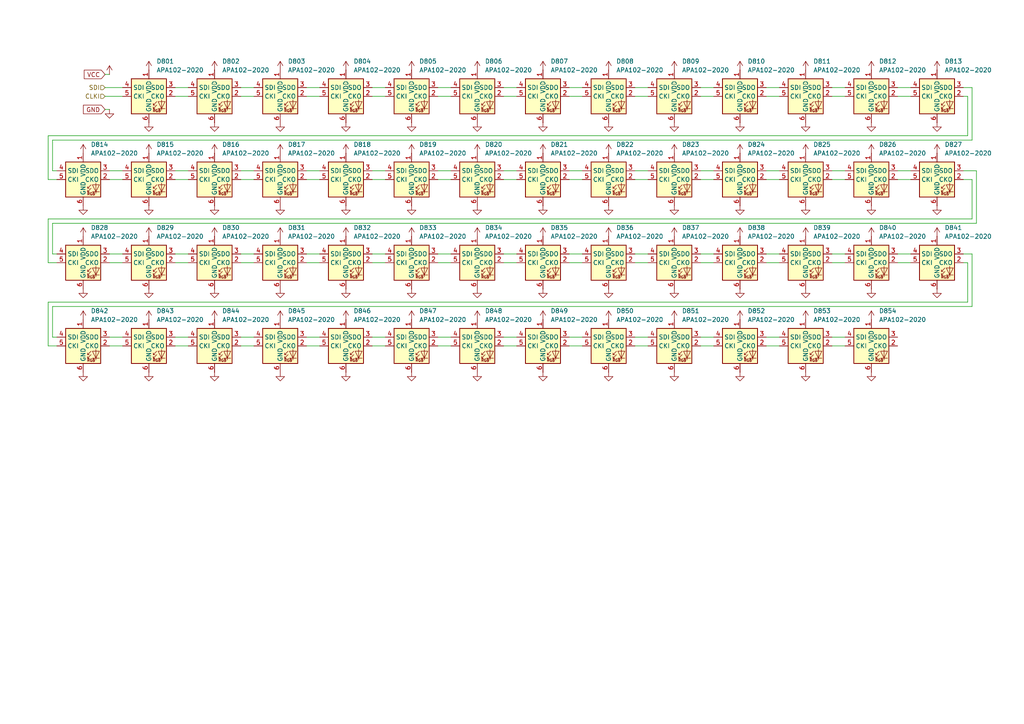
<source format=kicad_sch>
(kicad_sch (version 20231120) (generator "eeschema") (generator_version "8.0")
  (paper "A4")
  (wire (pts (xy 281.94 73.66) (xy 279.4 73.66)))
  (wire (pts (xy 30.48 21.59) (xy 31.75 21.59)))
  (wire (pts (xy 35.56 100.33) (xy 31.75 100.33)))
  (wire (pts (xy 226.06 27.94) (xy 222.25 27.94)))
  (wire (pts (xy 280.67 76.2) (xy 280.67 87.63)))
  (wire (pts (xy 73.66 76.2) (xy 69.85 76.2)))
  (wire (pts (xy 226.06 97.79) (xy 222.25 97.79)))
  (wire (pts (xy 264.16 27.94) (xy 260.35 27.94)))
  (wire (pts (xy 111.76 97.79) (xy 107.95 97.79)))
  (wire (pts (xy 15.24 73.66) (xy 16.51 73.66)))
  (wire (pts (xy 280.67 27.94) (xy 279.4 27.94)))
  (wire (pts (xy 245.11 76.2) (xy 241.3 76.2)))
  (wire (pts (xy 207.01 52.07) (xy 203.2 52.07)))
  (wire (pts (xy 92.71 27.94) (xy 88.9 27.94)))
  (wire (pts (xy 187.96 25.4) (xy 184.15 25.4)))
  (wire (pts (xy 264.16 52.07) (xy 260.35 52.07)))
  (wire (pts (xy 168.91 27.94) (xy 165.1 27.94)))
  (wire (pts (xy 168.91 100.33) (xy 165.1 100.33)))
  (wire (pts (xy 207.01 49.53) (xy 203.2 49.53)))
  (wire (pts (xy 168.91 49.53) (xy 165.1 49.53)))
  (wire (pts (xy 226.06 73.66) (xy 222.25 73.66)))
  (wire (pts (xy 15.24 49.53) (xy 15.24 40.64)))
  (wire (pts (xy 149.86 27.94) (xy 146.05 27.94)))
  (wire (pts (xy 130.81 100.33) (xy 127 100.33)))
  (wire (pts (xy 35.56 97.79) (xy 31.75 97.79)))
  (wire (pts (xy 16.51 49.53) (xy 15.24 49.53)))
  (wire (pts (xy 13.97 39.37) (xy 13.97 52.07)))
  (wire (pts (xy 281.94 63.5) (xy 281.94 52.07)))
  (wire (pts (xy 245.11 100.33) (xy 241.3 100.33)))
  (wire (pts (xy 187.96 49.53) (xy 184.15 49.53)))
  (wire (pts (xy 16.51 97.79) (xy 15.24 97.79)))
  (wire (pts (xy 245.11 73.66) (xy 241.3 73.66)))
  (wire (pts (xy 264.16 76.2) (xy 260.35 76.2)))
  (wire (pts (xy 187.96 76.2) (xy 184.15 76.2)))
  (wire (pts (xy 283.21 49.53) (xy 283.21 64.77)))
  (wire (pts (xy 226.06 52.07) (xy 222.25 52.07)))
  (wire (pts (xy 92.71 25.4) (xy 88.9 25.4)))
  (wire (pts (xy 15.24 64.77) (xy 15.24 73.66)))
  (wire (pts (xy 245.11 49.53) (xy 241.3 49.53)))
  (wire (pts (xy 130.81 49.53) (xy 127 49.53)))
  (wire (pts (xy 149.86 25.4) (xy 146.05 25.4)))
  (wire (pts (xy 111.76 52.07) (xy 107.95 52.07)))
  (wire (pts (xy 54.61 27.94) (xy 50.8 27.94)))
  (wire (pts (xy 279.4 25.4) (xy 281.94 25.4)))
  (wire (pts (xy 207.01 76.2) (xy 203.2 76.2)))
  (wire (pts (xy 54.61 25.4) (xy 50.8 25.4)))
  (wire (pts (xy 92.71 73.66) (xy 88.9 73.66)))
  (wire (pts (xy 35.56 52.07) (xy 31.75 52.07)))
  (wire (pts (xy 168.91 25.4) (xy 165.1 25.4)))
  (wire (pts (xy 226.06 100.33) (xy 222.25 100.33)))
  (wire (pts (xy 226.06 76.2) (xy 222.25 76.2)))
  (wire (pts (xy 130.81 27.94) (xy 127 27.94)))
  (wire (pts (xy 13.97 87.63) (xy 280.67 87.63)))
  (wire (pts (xy 111.76 76.2) (xy 107.95 76.2)))
  (wire (pts (xy 279.4 49.53) (xy 283.21 49.53)))
  (wire (pts (xy 149.86 76.2) (xy 146.05 76.2)))
  (wire (pts (xy 264.16 49.53) (xy 260.35 49.53)))
  (wire (pts (xy 187.96 27.94) (xy 184.15 27.94)))
  (wire (pts (xy 111.76 73.66) (xy 107.95 73.66)))
  (wire (pts (xy 111.76 27.94) (xy 107.95 27.94)))
  (wire (pts (xy 92.71 76.2) (xy 88.9 76.2)))
  (wire (pts (xy 130.81 97.79) (xy 127 97.79)))
  (wire (pts (xy 111.76 100.33) (xy 107.95 100.33)))
  (wire (pts (xy 54.61 100.33) (xy 50.8 100.33)))
  (wire (pts (xy 168.91 97.79) (xy 165.1 97.79)))
  (wire (pts (xy 15.24 40.64) (xy 281.94 40.64)))
  (wire (pts (xy 73.66 97.79) (xy 69.85 97.79)))
  (wire (pts (xy 111.76 25.4) (xy 107.95 25.4)))
  (wire (pts (xy 54.61 76.2) (xy 50.8 76.2)))
  (wire (pts (xy 149.86 100.33) (xy 146.05 100.33)))
  (wire (pts (xy 207.01 73.66) (xy 203.2 73.66)))
  (wire (pts (xy 281.94 88.9) (xy 281.94 73.66)))
  (wire (pts (xy 35.56 76.2) (xy 31.75 76.2)))
  (wire (pts (xy 73.66 52.07) (xy 69.85 52.07)))
  (wire (pts (xy 13.97 39.37) (xy 280.67 39.37)))
  (wire (pts (xy 149.86 73.66) (xy 146.05 73.66)))
  (wire (pts (xy 73.66 25.4) (xy 69.85 25.4)))
  (wire (pts (xy 111.76 49.53) (xy 107.95 49.53)))
  (wire (pts (xy 281.94 25.4) (xy 281.94 40.64)))
  (wire (pts (xy 281.94 52.07) (xy 279.4 52.07)))
  (wire (pts (xy 15.24 97.79) (xy 15.24 88.9)))
  (wire (pts (xy 92.71 49.53) (xy 88.9 49.53)))
  (wire (pts (xy 15.24 64.77) (xy 283.21 64.77)))
  (wire (pts (xy 73.66 49.53) (xy 69.85 49.53)))
  (wire (pts (xy 280.67 39.37) (xy 280.67 27.94)))
  (wire (pts (xy 30.48 25.4) (xy 35.56 25.4)))
  (wire (pts (xy 130.81 52.07) (xy 127 52.07)))
  (wire (pts (xy 30.48 27.94) (xy 35.56 27.94)))
  (wire (pts (xy 264.16 73.66) (xy 260.35 73.66)))
  (wire (pts (xy 207.01 25.4) (xy 203.2 25.4)))
  (wire (pts (xy 187.96 52.07) (xy 184.15 52.07)))
  (wire (pts (xy 264.16 25.4) (xy 260.35 25.4)))
  (wire (pts (xy 168.91 76.2) (xy 165.1 76.2)))
  (wire (pts (xy 279.4 76.2) (xy 280.67 76.2)))
  (wire (pts (xy 73.66 27.94) (xy 69.85 27.94)))
  (wire (pts (xy 245.11 52.07) (xy 241.3 52.07)))
  (wire (pts (xy 149.86 49.53) (xy 146.05 49.53)))
  (wire (pts (xy 130.81 25.4) (xy 127 25.4)))
  (wire (pts (xy 207.01 100.33) (xy 203.2 100.33)))
  (wire (pts (xy 54.61 49.53) (xy 50.8 49.53)))
  (wire (pts (xy 245.11 27.94) (xy 241.3 27.94)))
  (wire (pts (xy 226.06 49.53) (xy 222.25 49.53)))
  (wire (pts (xy 130.81 76.2) (xy 127 76.2)))
  (wire (pts (xy 149.86 97.79) (xy 146.05 97.79)))
  (wire (pts (xy 54.61 52.07) (xy 50.8 52.07)))
  (wire (pts (xy 245.11 25.4) (xy 241.3 25.4)))
  (wire (pts (xy 92.71 52.07) (xy 88.9 52.07)))
  (wire (pts (xy 168.91 52.07) (xy 165.1 52.07)))
  (wire (pts (xy 207.01 97.79) (xy 203.2 97.79)))
  (wire (pts (xy 149.86 52.07) (xy 146.05 52.07)))
  (wire (pts (xy 92.71 97.79) (xy 88.9 97.79)))
  (wire (pts (xy 13.97 76.2) (xy 16.51 76.2)))
  (wire (pts (xy 245.11 97.79) (xy 241.3 97.79)))
  (wire (pts (xy 168.91 73.66) (xy 165.1 73.66)))
  (wire (pts (xy 35.56 73.66) (xy 31.75 73.66)))
  (wire (pts (xy 187.96 73.66) (xy 184.15 73.66)))
  (wire (pts (xy 92.71 100.33) (xy 88.9 100.33)))
  (wire (pts (xy 54.61 73.66) (xy 50.8 73.66)))
  (wire (pts (xy 73.66 73.66) (xy 69.85 73.66)))
  (wire (pts (xy 15.24 88.9) (xy 281.94 88.9)))
  (wire (pts (xy 187.96 100.33) (xy 184.15 100.33)))
  (wire (pts (xy 73.66 100.33) (xy 69.85 100.33)))
  (wire (pts (xy 226.06 25.4) (xy 222.25 25.4)))
  (wire (pts (xy 35.56 49.53) (xy 31.75 49.53)))
  (wire (pts (xy 30.48 31.75) (xy 31.75 31.75)))
  (wire (pts (xy 13.97 63.5) (xy 13.97 76.2)))
  (wire (pts (xy 54.61 97.79) (xy 50.8 97.79)))
  (wire (pts (xy 13.97 52.07) (xy 16.51 52.07)))
  (wire (pts (xy 13.97 100.33) (xy 16.51 100.33)))
  (wire (pts (xy 187.96 97.79) (xy 184.15 97.79)))
  (wire (pts (xy 207.01 27.94) (xy 203.2 27.94)))
  (wire (pts (xy 13.97 63.5) (xy 281.94 63.5)))
  (wire (pts (xy 130.81 73.66) (xy 127 73.66)))
  (wire (pts (xy 13.97 87.63) (xy 13.97 100.33)))
  (global_label "VCC" (shape input) (at 30.48 21.59 180) (property "Intersheetrefs" "${INTERSHEET_REFS}" (effects (hide yes))))
  (global_label "GND" (shape input) (at 30.48 31.75 180) (property "Intersheetrefs" "${INTERSHEET_REFS}" (effects (hide yes))))
  (hierarchical_label "CLKI" (shape input) (at 30.48 27.94 180))
  (hierarchical_label "SDI" (shape input) (at 30.48 25.4 180))
  (symbol (lib_id "power:VCC") (at 119.38 44.45 0) (unit 1)
    (property "Reference" "#PWR01206" (effects (hide yes)))
    (property "Value" "VCC" (effects (hide yes)))
    (property "Description" "Power symbol creates a global label with name \"VCC\"" (effects (hide yes)))
    (instances (project "bluetooth-imponator-tie" (path "" (reference "#PWR01206") (unit 1)) (path "" (reference "#PWR0396") (unit 1)) (path "" (reference "#PWR0720") (unit 1)) (path "" (reference "#PWR01530") (unit 1)) (path "" (reference "#PWR01044") (unit 1)) (path "" (reference "#PWR01854") (unit 1)) (path "" (reference "#PWR0234") (unit 1)) (path "" (reference "#PWR0882") (unit 1)) (path "" (reference "#PWR0558") (unit 1)) (path "" (reference "#PWR01368") (unit 1)) (path "" (reference "#PWR01692") (unit 1))))
  )
  (symbol (lib_id "power:GND") (at 24.13 107.95 0) (unit 1)
    (property "Reference" "#PWR01271" (effects (hide yes)))
    (property "Value" "GND" (effects (hide yes)))
    (property "Description" "Power symbol creates a global label with name \"GND\" , ground" (effects (hide yes)))
    (instances (project "bluetooth-imponator-tie" (path "" (reference "#PWR01271") (unit 1)) (path "" (reference "#PWR0461") (unit 1)) (path "" (reference "#PWR0785") (unit 1)) (path "" (reference "#PWR01595") (unit 1)) (path "" (reference "#PWR01109") (unit 1)) (path "" (reference "#PWR01919") (unit 1)) (path "" (reference "#PWR0299") (unit 1)) (path "" (reference "#PWR0947") (unit 1)) (path "" (reference "#PWR0623") (unit 1)) (path "" (reference "#PWR01433") (unit 1)) (path "" (reference "#PWR01757") (unit 1))))
  )
  (symbol (lib_id "LED:APA102-2020") (at 195.58 100.33 0) (unit 1)
    (property "Reference" "D851" (at 197.7741 90.17 0) (effects (justify left)))
    (property "Value" "APA102-2020" (at 197.7741 92.71 0) (effects (justify left)))
    (property "Footprint" "LED_SMD:LED-APA102-2020" (effects (hide yes)))
    (property "Datasheet" "http://www.led-color.com/upload/201604/APA102-2020%20SMD%20LED.pdf" (effects (hide yes)))
    (property "Description" "RGB LED with integrated controller" (effects (hide yes)))
    (instances (project "bluetooth-imponator-tie" (path "" (reference "D851") (unit 1)) (path "" (reference "D351") (unit 1)) (path "" (reference "D551") (unit 1)) (path "" (reference "D1051") (unit 1)) (path "" (reference "D751") (unit 1)) (path "" (reference "D1251") (unit 1)) (path "" (reference "D251") (unit 1)) (path "" (reference "D651") (unit 1)) (path "" (reference "D451") (unit 1)) (path "" (reference "D951") (unit 1)) (path "" (reference "D1151") (unit 1))))
  )
  (symbol (lib_id "power:GND") (at 119.38 59.69 0) (unit 1)
    (property "Reference" "#PWR01220" (effects (hide yes)))
    (property "Value" "GND" (effects (hide yes)))
    (property "Description" "Power symbol creates a global label with name \"GND\" , ground" (effects (hide yes)))
    (instances (project "bluetooth-imponator-tie" (path "" (reference "#PWR01220") (unit 1)) (path "" (reference "#PWR0410") (unit 1)) (path "" (reference "#PWR0734") (unit 1)) (path "" (reference "#PWR01544") (unit 1)) (path "" (reference "#PWR01058") (unit 1)) (path "" (reference "#PWR01868") (unit 1)) (path "" (reference "#PWR0248") (unit 1)) (path "" (reference "#PWR0896") (unit 1)) (path "" (reference "#PWR0572") (unit 1)) (path "" (reference "#PWR01382") (unit 1)) (path "" (reference "#PWR01706") (unit 1))))
  )
  (symbol (lib_id "LED:APA102-2020") (at 195.58 76.2 0) (unit 1)
    (property "Reference" "D837" (at 197.7741 66.04 0) (effects (justify left)))
    (property "Value" "APA102-2020" (at 197.7741 68.58 0) (effects (justify left)))
    (property "Footprint" "LED_SMD:LED-APA102-2020" (effects (hide yes)))
    (property "Datasheet" "http://www.led-color.com/upload/201604/APA102-2020%20SMD%20LED.pdf" (effects (hide yes)))
    (property "Description" "RGB LED with integrated controller" (effects (hide yes)))
    (instances (project "bluetooth-imponator-tie" (path "" (reference "D837") (unit 1)) (path "" (reference "D337") (unit 1)) (path "" (reference "D537") (unit 1)) (path "" (reference "D1037") (unit 1)) (path "" (reference "D737") (unit 1)) (path "" (reference "D1237") (unit 1)) (path "" (reference "D237") (unit 1)) (path "" (reference "D637") (unit 1)) (path "" (reference "D437") (unit 1)) (path "" (reference "D937") (unit 1)) (path "" (reference "D1137") (unit 1))))
  )
  (symbol (lib_id "LED:APA102-2020") (at 176.53 76.2 0) (unit 1)
    (property "Reference" "D836" (at 178.7241 66.04 0) (effects (justify left)))
    (property "Value" "APA102-2020" (at 178.7241 68.58 0) (effects (justify left)))
    (property "Footprint" "LED_SMD:LED-APA102-2020" (effects (hide yes)))
    (property "Datasheet" "http://www.led-color.com/upload/201604/APA102-2020%20SMD%20LED.pdf" (effects (hide yes)))
    (property "Description" "RGB LED with integrated controller" (effects (hide yes)))
    (instances (project "bluetooth-imponator-tie" (path "" (reference "D836") (unit 1)) (path "" (reference "D336") (unit 1)) (path "" (reference "D536") (unit 1)) (path "" (reference "D1036") (unit 1)) (path "" (reference "D736") (unit 1)) (path "" (reference "D1236") (unit 1)) (path "" (reference "D236") (unit 1)) (path "" (reference "D636") (unit 1)) (path "" (reference "D436") (unit 1)) (path "" (reference "D936") (unit 1)) (path "" (reference "D1136") (unit 1))))
  )
  (symbol (lib_id "power:GND") (at 31.75 31.75 0) (unit 1)
    (property "Reference" "#PWR01187" (effects (hide yes)))
    (property "Value" "GND" (effects (hide yes)))
    (property "Description" "Power symbol creates a global label with name \"GND\" , ground" (effects (hide yes)))
    (instances (project "bluetooth-imponator-tie" (path "" (reference "#PWR01187") (unit 1)) (path "" (reference "#PWR0377") (unit 1)) (path "" (reference "#PWR0701") (unit 1)) (path "" (reference "#PWR01511") (unit 1)) (path "" (reference "#PWR01025") (unit 1)) (path "" (reference "#PWR01835") (unit 1)) (path "" (reference "#PWR0215") (unit 1)) (path "" (reference "#PWR0863") (unit 1)) (path "" (reference "#PWR0539") (unit 1)) (path "" (reference "#PWR01349") (unit 1)) (path "" (reference "#PWR01673") (unit 1))))
  )
  (symbol (lib_id "power:VCC") (at 119.38 20.32 0) (unit 1)
    (property "Reference" "#PWR01177" (effects (hide yes)))
    (property "Value" "VCC" (effects (hide yes)))
    (property "Description" "Power symbol creates a global label with name \"VCC\"" (effects (hide yes)))
    (instances (project "bluetooth-imponator-tie" (path "" (reference "#PWR01177") (unit 1)) (path "" (reference "#PWR0367") (unit 1)) (path "" (reference "#PWR0691") (unit 1)) (path "" (reference "#PWR01501") (unit 1)) (path "" (reference "#PWR01015") (unit 1)) (path "" (reference "#PWR01825") (unit 1)) (path "" (reference "#PWR0205") (unit 1)) (path "" (reference "#PWR0853") (unit 1)) (path "" (reference "#PWR0529") (unit 1)) (path "" (reference "#PWR01339") (unit 1)) (path "" (reference "#PWR01663") (unit 1))))
  )
  (symbol (lib_id "LED:APA102-2020") (at 214.63 100.33 0) (unit 1)
    (property "Reference" "D852" (at 216.8241 90.17 0) (effects (justify left)))
    (property "Value" "APA102-2020" (at 216.8241 92.71 0) (effects (justify left)))
    (property "Footprint" "LED_SMD:LED-APA102-2020" (effects (hide yes)))
    (property "Datasheet" "http://www.led-color.com/upload/201604/APA102-2020%20SMD%20LED.pdf" (effects (hide yes)))
    (property "Description" "RGB LED with integrated controller" (effects (hide yes)))
    (instances (project "bluetooth-imponator-tie" (path "" (reference "D852") (unit 1)) (path "" (reference "D352") (unit 1)) (path "" (reference "D552") (unit 1)) (path "" (reference "D1052") (unit 1)) (path "" (reference "D752") (unit 1)) (path "" (reference "D1252") (unit 1)) (path "" (reference "D252") (unit 1)) (path "" (reference "D652") (unit 1)) (path "" (reference "D452") (unit 1)) (path "" (reference "D952") (unit 1)) (path "" (reference "D1152") (unit 1))))
  )
  (symbol (lib_id "LED:APA102-2020") (at 43.18 52.07 0) (unit 1)
    (property "Reference" "D815" (at 45.3741 41.91 0) (effects (justify left)))
    (property "Value" "APA102-2020" (at 45.3741 44.45 0) (effects (justify left)))
    (property "Footprint" "LED_SMD:LED-APA102-2020" (effects (hide yes)))
    (property "Datasheet" "http://www.led-color.com/upload/201604/APA102-2020%20SMD%20LED.pdf" (effects (hide yes)))
    (property "Description" "RGB LED with integrated controller" (effects (hide yes)))
    (instances (project "bluetooth-imponator-tie" (path "" (reference "D815") (unit 1)) (path "" (reference "D315") (unit 1)) (path "" (reference "D515") (unit 1)) (path "" (reference "D1015") (unit 1)) (path "" (reference "D715") (unit 1)) (path "" (reference "D1215") (unit 1)) (path "" (reference "D215") (unit 1)) (path "" (reference "D615") (unit 1)) (path "" (reference "D415") (unit 1)) (path "" (reference "D915") (unit 1)) (path "" (reference "D1115") (unit 1))))
  )
  (symbol (lib_id "power:GND") (at 195.58 35.56 0) (unit 1)
    (property "Reference" "#PWR01196" (effects (hide yes)))
    (property "Value" "GND" (effects (hide yes)))
    (property "Description" "Power symbol creates a global label with name \"GND\" , ground" (effects (hide yes)))
    (instances (project "bluetooth-imponator-tie" (path "" (reference "#PWR01196") (unit 1)) (path "" (reference "#PWR0386") (unit 1)) (path "" (reference "#PWR0710") (unit 1)) (path "" (reference "#PWR01520") (unit 1)) (path "" (reference "#PWR01034") (unit 1)) (path "" (reference "#PWR01844") (unit 1)) (path "" (reference "#PWR0224") (unit 1)) (path "" (reference "#PWR0872") (unit 1)) (path "" (reference "#PWR0548") (unit 1)) (path "" (reference "#PWR01358") (unit 1)) (path "" (reference "#PWR01682") (unit 1))))
  )
  (symbol (lib_id "power:VCC") (at 138.43 20.32 0) (unit 1)
    (property "Reference" "#PWR01178" (effects (hide yes)))
    (property "Value" "VCC" (effects (hide yes)))
    (property "Description" "Power symbol creates a global label with name \"VCC\"" (effects (hide yes)))
    (instances (project "bluetooth-imponator-tie" (path "" (reference "#PWR01178") (unit 1)) (path "" (reference "#PWR0368") (unit 1)) (path "" (reference "#PWR0692") (unit 1)) (path "" (reference "#PWR01502") (unit 1)) (path "" (reference "#PWR01016") (unit 1)) (path "" (reference "#PWR01826") (unit 1)) (path "" (reference "#PWR0206") (unit 1)) (path "" (reference "#PWR0854") (unit 1)) (path "" (reference "#PWR0530") (unit 1)) (path "" (reference "#PWR01340") (unit 1)) (path "" (reference "#PWR01664") (unit 1))))
  )
  (symbol (lib_id "power:GND") (at 195.58 83.82 0) (unit 1)
    (property "Reference" "#PWR01252" (effects (hide yes)))
    (property "Value" "GND" (effects (hide yes)))
    (property "Description" "Power symbol creates a global label with name \"GND\" , ground" (effects (hide yes)))
    (instances (project "bluetooth-imponator-tie" (path "" (reference "#PWR01252") (unit 1)) (path "" (reference "#PWR0442") (unit 1)) (path "" (reference "#PWR0766") (unit 1)) (path "" (reference "#PWR01576") (unit 1)) (path "" (reference "#PWR01090") (unit 1)) (path "" (reference "#PWR01900") (unit 1)) (path "" (reference "#PWR0280") (unit 1)) (path "" (reference "#PWR0928") (unit 1)) (path "" (reference "#PWR0604") (unit 1)) (path "" (reference "#PWR01414") (unit 1)) (path "" (reference "#PWR01738") (unit 1))))
  )
  (symbol (lib_id "power:GND") (at 233.68 107.95 0) (unit 1)
    (property "Reference" "#PWR01282" (effects (hide yes)))
    (property "Value" "GND" (effects (hide yes)))
    (property "Description" "Power symbol creates a global label with name \"GND\" , ground" (effects (hide yes)))
    (instances (project "bluetooth-imponator-tie" (path "" (reference "#PWR01282") (unit 1)) (path "" (reference "#PWR0472") (unit 1)) (path "" (reference "#PWR0796") (unit 1)) (path "" (reference "#PWR01606") (unit 1)) (path "" (reference "#PWR01120") (unit 1)) (path "" (reference "#PWR01930") (unit 1)) (path "" (reference "#PWR0310") (unit 1)) (path "" (reference "#PWR0958") (unit 1)) (path "" (reference "#PWR0634") (unit 1)) (path "" (reference "#PWR01444") (unit 1)) (path "" (reference "#PWR01768") (unit 1))))
  )
  (symbol (lib_id "LED:APA102-2020") (at 119.38 100.33 0) (unit 1)
    (property "Reference" "D847" (at 121.5741 90.17 0) (effects (justify left)))
    (property "Value" "APA102-2020" (at 121.5741 92.71 0) (effects (justify left)))
    (property "Footprint" "LED_SMD:LED-APA102-2020" (effects (hide yes)))
    (property "Datasheet" "http://www.led-color.com/upload/201604/APA102-2020%20SMD%20LED.pdf" (effects (hide yes)))
    (property "Description" "RGB LED with integrated controller" (effects (hide yes)))
    (instances (project "bluetooth-imponator-tie" (path "" (reference "D847") (unit 1)) (path "" (reference "D347") (unit 1)) (path "" (reference "D547") (unit 1)) (path "" (reference "D1047") (unit 1)) (path "" (reference "D747") (unit 1)) (path "" (reference "D1247") (unit 1)) (path "" (reference "D247") (unit 1)) (path "" (reference "D647") (unit 1)) (path "" (reference "D447") (unit 1)) (path "" (reference "D947") (unit 1)) (path "" (reference "D1147") (unit 1))))
  )
  (symbol (lib_id "power:VCC") (at 43.18 68.58 0) (unit 1)
    (property "Reference" "#PWR01230" (effects (hide yes)))
    (property "Value" "VCC" (effects (hide yes)))
    (property "Description" "Power symbol creates a global label with name \"VCC\"" (effects (hide yes)))
    (instances (project "bluetooth-imponator-tie" (path "" (reference "#PWR01230") (unit 1)) (path "" (reference "#PWR0420") (unit 1)) (path "" (reference "#PWR0744") (unit 1)) (path "" (reference "#PWR01554") (unit 1)) (path "" (reference "#PWR01068") (unit 1)) (path "" (reference "#PWR01878") (unit 1)) (path "" (reference "#PWR0258") (unit 1)) (path "" (reference "#PWR0906") (unit 1)) (path "" (reference "#PWR0582") (unit 1)) (path "" (reference "#PWR01392") (unit 1)) (path "" (reference "#PWR01716") (unit 1))))
  )
  (symbol (lib_id "power:VCC") (at 176.53 92.71 0) (unit 1)
    (property "Reference" "#PWR01265" (effects (hide yes)))
    (property "Value" "VCC" (effects (hide yes)))
    (property "Description" "Power symbol creates a global label with name \"VCC\"" (effects (hide yes)))
    (instances (project "bluetooth-imponator-tie" (path "" (reference "#PWR01265") (unit 1)) (path "" (reference "#PWR0455") (unit 1)) (path "" (reference "#PWR0779") (unit 1)) (path "" (reference "#PWR01589") (unit 1)) (path "" (reference "#PWR01103") (unit 1)) (path "" (reference "#PWR01913") (unit 1)) (path "" (reference "#PWR0293") (unit 1)) (path "" (reference "#PWR0941") (unit 1)) (path "" (reference "#PWR0617") (unit 1)) (path "" (reference "#PWR01427") (unit 1)) (path "" (reference "#PWR01751") (unit 1))))
  )
  (symbol (lib_id "LED:APA102-2020") (at 271.78 76.2 0) (unit 1)
    (property "Reference" "D841" (at 273.9741 66.04 0) (effects (justify left)))
    (property "Value" "APA102-2020" (at 273.9741 68.58 0) (effects (justify left)))
    (property "Footprint" "LED_SMD:LED-APA102-2020" (effects (hide yes)))
    (property "Datasheet" "http://www.led-color.com/upload/201604/APA102-2020%20SMD%20LED.pdf" (effects (hide yes)))
    (property "Description" "RGB LED with integrated controller" (effects (hide yes)))
    (instances (project "bluetooth-imponator-tie" (path "" (reference "D841") (unit 1)) (path "" (reference "D341") (unit 1)) (path "" (reference "D541") (unit 1)) (path "" (reference "D1041") (unit 1)) (path "" (reference "D741") (unit 1)) (path "" (reference "D1241") (unit 1)) (path "" (reference "D241") (unit 1)) (path "" (reference "D641") (unit 1)) (path "" (reference "D441") (unit 1)) (path "" (reference "D941") (unit 1)) (path "" (reference "D1141") (unit 1))))
  )
  (symbol (lib_id "power:VCC") (at 271.78 20.32 0) (unit 1)
    (property "Reference" "#PWR01185" (effects (hide yes)))
    (property "Value" "VCC" (effects (hide yes)))
    (property "Description" "Power symbol creates a global label with name \"VCC\"" (effects (hide yes)))
    (instances (project "bluetooth-imponator-tie" (path "" (reference "#PWR01185") (unit 1)) (path "" (reference "#PWR0375") (unit 1)) (path "" (reference "#PWR0699") (unit 1)) (path "" (reference "#PWR01509") (unit 1)) (path "" (reference "#PWR01023") (unit 1)) (path "" (reference "#PWR01833") (unit 1)) (path "" (reference "#PWR0213") (unit 1)) (path "" (reference "#PWR0861") (unit 1)) (path "" (reference "#PWR0537") (unit 1)) (path "" (reference "#PWR01347") (unit 1)) (path "" (reference "#PWR01671") (unit 1))))
  )
  (symbol (lib_id "LED:APA102-2020") (at 81.28 76.2 0) (unit 1)
    (property "Reference" "D831" (at 83.4741 66.04 0) (effects (justify left)))
    (property "Value" "APA102-2020" (at 83.4741 68.58 0) (effects (justify left)))
    (property "Footprint" "LED_SMD:LED-APA102-2020" (effects (hide yes)))
    (property "Datasheet" "http://www.led-color.com/upload/201604/APA102-2020%20SMD%20LED.pdf" (effects (hide yes)))
    (property "Description" "RGB LED with integrated controller" (effects (hide yes)))
    (instances (project "bluetooth-imponator-tie" (path "" (reference "D831") (unit 1)) (path "" (reference "D331") (unit 1)) (path "" (reference "D531") (unit 1)) (path "" (reference "D1031") (unit 1)) (path "" (reference "D731") (unit 1)) (path "" (reference "D1231") (unit 1)) (path "" (reference "D231") (unit 1)) (path "" (reference "D631") (unit 1)) (path "" (reference "D431") (unit 1)) (path "" (reference "D931") (unit 1)) (path "" (reference "D1131") (unit 1))))
  )
  (symbol (lib_id "power:VCC") (at 252.73 68.58 0) (unit 1)
    (property "Reference" "#PWR01241" (effects (hide yes)))
    (property "Value" "VCC" (effects (hide yes)))
    (property "Description" "Power symbol creates a global label with name \"VCC\"" (effects (hide yes)))
    (instances (project "bluetooth-imponator-tie" (path "" (reference "#PWR01241") (unit 1)) (path "" (reference "#PWR0431") (unit 1)) (path "" (reference "#PWR0755") (unit 1)) (path "" (reference "#PWR01565") (unit 1)) (path "" (reference "#PWR01079") (unit 1)) (path "" (reference "#PWR01889") (unit 1)) (path "" (reference "#PWR0269") (unit 1)) (path "" (reference "#PWR0917") (unit 1)) (path "" (reference "#PWR0593") (unit 1)) (path "" (reference "#PWR01403") (unit 1)) (path "" (reference "#PWR01727") (unit 1))))
  )
  (symbol (lib_id "power:GND") (at 214.63 35.56 0) (unit 1)
    (property "Reference" "#PWR01197" (effects (hide yes)))
    (property "Value" "GND" (effects (hide yes)))
    (property "Description" "Power symbol creates a global label with name \"GND\" , ground" (effects (hide yes)))
    (instances (project "bluetooth-imponator-tie" (path "" (reference "#PWR01197") (unit 1)) (path "" (reference "#PWR0387") (unit 1)) (path "" (reference "#PWR0711") (unit 1)) (path "" (reference "#PWR01521") (unit 1)) (path "" (reference "#PWR01035") (unit 1)) (path "" (reference "#PWR01845") (unit 1)) (path "" (reference "#PWR0225") (unit 1)) (path "" (reference "#PWR0873") (unit 1)) (path "" (reference "#PWR0549") (unit 1)) (path "" (reference "#PWR01359") (unit 1)) (path "" (reference "#PWR01683") (unit 1))))
  )
  (symbol (lib_id "power:GND") (at 195.58 59.69 0) (unit 1)
    (property "Reference" "#PWR01224" (effects (hide yes)))
    (property "Value" "GND" (effects (hide yes)))
    (property "Description" "Power symbol creates a global label with name \"GND\" , ground" (effects (hide yes)))
    (instances (project "bluetooth-imponator-tie" (path "" (reference "#PWR01224") (unit 1)) (path "" (reference "#PWR0414") (unit 1)) (path "" (reference "#PWR0738") (unit 1)) (path "" (reference "#PWR01548") (unit 1)) (path "" (reference "#PWR01062") (unit 1)) (path "" (reference "#PWR01872") (unit 1)) (path "" (reference "#PWR0252") (unit 1)) (path "" (reference "#PWR0900") (unit 1)) (path "" (reference "#PWR0576") (unit 1)) (path "" (reference "#PWR01386") (unit 1)) (path "" (reference "#PWR01710") (unit 1))))
  )
  (symbol (lib_id "LED:APA102-2020") (at 138.43 100.33 0) (unit 1)
    (property "Reference" "D848" (at 140.6241 90.17 0) (effects (justify left)))
    (property "Value" "APA102-2020" (at 140.6241 92.71 0) (effects (justify left)))
    (property "Footprint" "LED_SMD:LED-APA102-2020" (effects (hide yes)))
    (property "Datasheet" "http://www.led-color.com/upload/201604/APA102-2020%20SMD%20LED.pdf" (effects (hide yes)))
    (property "Description" "RGB LED with integrated controller" (effects (hide yes)))
    (instances (project "bluetooth-imponator-tie" (path "" (reference "D848") (unit 1)) (path "" (reference "D348") (unit 1)) (path "" (reference "D548") (unit 1)) (path "" (reference "D1048") (unit 1)) (path "" (reference "D748") (unit 1)) (path "" (reference "D1248") (unit 1)) (path "" (reference "D248") (unit 1)) (path "" (reference "D648") (unit 1)) (path "" (reference "D448") (unit 1)) (path "" (reference "D948") (unit 1)) (path "" (reference "D1148") (unit 1))))
  )
  (symbol (lib_id "LED:APA102-2020") (at 62.23 52.07 0) (unit 1)
    (property "Reference" "D816" (at 64.4241 41.91 0) (effects (justify left)))
    (property "Value" "APA102-2020" (at 64.4241 44.45 0) (effects (justify left)))
    (property "Footprint" "LED_SMD:LED-APA102-2020" (effects (hide yes)))
    (property "Datasheet" "http://www.led-color.com/upload/201604/APA102-2020%20SMD%20LED.pdf" (effects (hide yes)))
    (property "Description" "RGB LED with integrated controller" (effects (hide yes)))
    (instances (project "bluetooth-imponator-tie" (path "" (reference "D816") (unit 1)) (path "" (reference "D316") (unit 1)) (path "" (reference "D516") (unit 1)) (path "" (reference "D1016") (unit 1)) (path "" (reference "D716") (unit 1)) (path "" (reference "D1216") (unit 1)) (path "" (reference "D216") (unit 1)) (path "" (reference "D616") (unit 1)) (path "" (reference "D416") (unit 1)) (path "" (reference "D916") (unit 1)) (path "" (reference "D1116") (unit 1))))
  )
  (symbol (lib_id "LED:APA102-2020") (at 176.53 27.94 0) (unit 1)
    (property "Reference" "D808" (at 178.7241 17.78 0) (effects (justify left)))
    (property "Value" "APA102-2020" (at 178.7241 20.32 0) (effects (justify left)))
    (property "Footprint" "LED_SMD:LED-APA102-2020" (effects (hide yes)))
    (property "Datasheet" "http://www.led-color.com/upload/201604/APA102-2020%20SMD%20LED.pdf" (effects (hide yes)))
    (property "Description" "RGB LED with integrated controller" (effects (hide yes)))
    (instances (project "bluetooth-imponator-tie" (path "" (reference "D808") (unit 1)) (path "" (reference "D308") (unit 1)) (path "" (reference "D508") (unit 1)) (path "" (reference "D1008") (unit 1)) (path "" (reference "D708") (unit 1)) (path "" (reference "D1208") (unit 1)) (path "" (reference "D208") (unit 1)) (path "" (reference "D608") (unit 1)) (path "" (reference "D408") (unit 1)) (path "" (reference "D908") (unit 1)) (path "" (reference "D1108") (unit 1))))
  )
  (symbol (lib_id "power:GND") (at 81.28 59.69 0) (unit 1)
    (property "Reference" "#PWR01218" (effects (hide yes)))
    (property "Value" "GND" (effects (hide yes)))
    (property "Description" "Power symbol creates a global label with name \"GND\" , ground" (effects (hide yes)))
    (instances (project "bluetooth-imponator-tie" (path "" (reference "#PWR01218") (unit 1)) (path "" (reference "#PWR0408") (unit 1)) (path "" (reference "#PWR0732") (unit 1)) (path "" (reference "#PWR01542") (unit 1)) (path "" (reference "#PWR01056") (unit 1)) (path "" (reference "#PWR01866") (unit 1)) (path "" (reference "#PWR0246") (unit 1)) (path "" (reference "#PWR0894") (unit 1)) (path "" (reference "#PWR0570") (unit 1)) (path "" (reference "#PWR01380") (unit 1)) (path "" (reference "#PWR01704") (unit 1))))
  )
  (symbol (lib_id "LED:APA102-2020") (at 100.33 27.94 0) (unit 1)
    (property "Reference" "D804" (at 102.5241 17.78 0) (effects (justify left)))
    (property "Value" "APA102-2020" (at 102.5241 20.32 0) (effects (justify left)))
    (property "Footprint" "LED_SMD:LED-APA102-2020" (effects (hide yes)))
    (property "Datasheet" "http://www.led-color.com/upload/201604/APA102-2020%20SMD%20LED.pdf" (effects (hide yes)))
    (property "Description" "RGB LED with integrated controller" (effects (hide yes)))
    (instances (project "bluetooth-imponator-tie" (path "" (reference "D804") (unit 1)) (path "" (reference "D304") (unit 1)) (path "" (reference "D504") (unit 1)) (path "" (reference "D1004") (unit 1)) (path "" (reference "D704") (unit 1)) (path "" (reference "D1204") (unit 1)) (path "" (reference "D204") (unit 1)) (path "" (reference "D604") (unit 1)) (path "" (reference "D404") (unit 1)) (path "" (reference "D904") (unit 1)) (path "" (reference "D1104") (unit 1))))
  )
  (symbol (lib_id "power:GND") (at 81.28 83.82 0) (unit 1)
    (property "Reference" "#PWR01246" (effects (hide yes)))
    (property "Value" "GND" (effects (hide yes)))
    (property "Description" "Power symbol creates a global label with name \"GND\" , ground" (effects (hide yes)))
    (instances (project "bluetooth-imponator-tie" (path "" (reference "#PWR01246") (unit 1)) (path "" (reference "#PWR0436") (unit 1)) (path "" (reference "#PWR0760") (unit 1)) (path "" (reference "#PWR01570") (unit 1)) (path "" (reference "#PWR01084") (unit 1)) (path "" (reference "#PWR01894") (unit 1)) (path "" (reference "#PWR0274") (unit 1)) (path "" (reference "#PWR0922") (unit 1)) (path "" (reference "#PWR0598") (unit 1)) (path "" (reference "#PWR01408") (unit 1)) (path "" (reference "#PWR01732") (unit 1))))
  )
  (symbol (lib_id "power:GND") (at 214.63 83.82 0) (unit 1)
    (property "Reference" "#PWR01253" (effects (hide yes)))
    (property "Value" "GND" (effects (hide yes)))
    (property "Description" "Power symbol creates a global label with name \"GND\" , ground" (effects (hide yes)))
    (instances (project "bluetooth-imponator-tie" (path "" (reference "#PWR01253") (unit 1)) (path "" (reference "#PWR0443") (unit 1)) (path "" (reference "#PWR0767") (unit 1)) (path "" (reference "#PWR01577") (unit 1)) (path "" (reference "#PWR01091") (unit 1)) (path "" (reference "#PWR01901") (unit 1)) (path "" (reference "#PWR0281") (unit 1)) (path "" (reference "#PWR0929") (unit 1)) (path "" (reference "#PWR0605") (unit 1)) (path "" (reference "#PWR01415") (unit 1)) (path "" (reference "#PWR01739") (unit 1))))
  )
  (symbol (lib_id "power:GND") (at 176.53 107.95 0) (unit 1)
    (property "Reference" "#PWR01279" (effects (hide yes)))
    (property "Value" "GND" (effects (hide yes)))
    (property "Description" "Power symbol creates a global label with name \"GND\" , ground" (effects (hide yes)))
    (instances (project "bluetooth-imponator-tie" (path "" (reference "#PWR01279") (unit 1)) (path "" (reference "#PWR0469") (unit 1)) (path "" (reference "#PWR0793") (unit 1)) (path "" (reference "#PWR01603") (unit 1)) (path "" (reference "#PWR01117") (unit 1)) (path "" (reference "#PWR01927") (unit 1)) (path "" (reference "#PWR0307") (unit 1)) (path "" (reference "#PWR0955") (unit 1)) (path "" (reference "#PWR0631") (unit 1)) (path "" (reference "#PWR01441") (unit 1)) (path "" (reference "#PWR01765") (unit 1))))
  )
  (symbol (lib_id "LED:APA102-2020") (at 157.48 76.2 0) (unit 1)
    (property "Reference" "D835" (at 159.6741 66.04 0) (effects (justify left)))
    (property "Value" "APA102-2020" (at 159.6741 68.58 0) (effects (justify left)))
    (property "Footprint" "LED_SMD:LED-APA102-2020" (effects (hide yes)))
    (property "Datasheet" "http://www.led-color.com/upload/201604/APA102-2020%20SMD%20LED.pdf" (effects (hide yes)))
    (property "Description" "RGB LED with integrated controller" (effects (hide yes)))
    (instances (project "bluetooth-imponator-tie" (path "" (reference "D835") (unit 1)) (path "" (reference "D335") (unit 1)) (path "" (reference "D535") (unit 1)) (path "" (reference "D1035") (unit 1)) (path "" (reference "D735") (unit 1)) (path "" (reference "D1235") (unit 1)) (path "" (reference "D235") (unit 1)) (path "" (reference "D635") (unit 1)) (path "" (reference "D435") (unit 1)) (path "" (reference "D935") (unit 1)) (path "" (reference "D1135") (unit 1))))
  )
  (symbol (lib_id "power:VCC") (at 81.28 92.71 0) (unit 1)
    (property "Reference" "#PWR01260" (effects (hide yes)))
    (property "Value" "VCC" (effects (hide yes)))
    (property "Description" "Power symbol creates a global label with name \"VCC\"" (effects (hide yes)))
    (instances (project "bluetooth-imponator-tie" (path "" (reference "#PWR01260") (unit 1)) (path "" (reference "#PWR0450") (unit 1)) (path "" (reference "#PWR0774") (unit 1)) (path "" (reference "#PWR01584") (unit 1)) (path "" (reference "#PWR01098") (unit 1)) (path "" (reference "#PWR01908") (unit 1)) (path "" (reference "#PWR0288") (unit 1)) (path "" (reference "#PWR0936") (unit 1)) (path "" (reference "#PWR0612") (unit 1)) (path "" (reference "#PWR01422") (unit 1)) (path "" (reference "#PWR01746") (unit 1))))
  )
  (symbol (lib_id "power:VCC") (at 81.28 20.32 0) (unit 1)
    (property "Reference" "#PWR01175" (effects (hide yes)))
    (property "Value" "VCC" (effects (hide yes)))
    (property "Description" "Power symbol creates a global label with name \"VCC\"" (effects (hide yes)))
    (instances (project "bluetooth-imponator-tie" (path "" (reference "#PWR01175") (unit 1)) (path "" (reference "#PWR0365") (unit 1)) (path "" (reference "#PWR0689") (unit 1)) (path "" (reference "#PWR01499") (unit 1)) (path "" (reference "#PWR01013") (unit 1)) (path "" (reference "#PWR01823") (unit 1)) (path "" (reference "#PWR0203") (unit 1)) (path "" (reference "#PWR0851") (unit 1)) (path "" (reference "#PWR0527") (unit 1)) (path "" (reference "#PWR01337") (unit 1)) (path "" (reference "#PWR01661") (unit 1))))
  )
  (symbol (lib_id "LED:APA102-2020") (at 233.68 76.2 0) (unit 1)
    (property "Reference" "D839" (at 235.8741 66.04 0) (effects (justify left)))
    (property "Value" "APA102-2020" (at 235.8741 68.58 0) (effects (justify left)))
    (property "Footprint" "LED_SMD:LED-APA102-2020" (effects (hide yes)))
    (property "Datasheet" "http://www.led-color.com/upload/201604/APA102-2020%20SMD%20LED.pdf" (effects (hide yes)))
    (property "Description" "RGB LED with integrated controller" (effects (hide yes)))
    (instances (project "bluetooth-imponator-tie" (path "" (reference "D839") (unit 1)) (path "" (reference "D339") (unit 1)) (path "" (reference "D539") (unit 1)) (path "" (reference "D1039") (unit 1)) (path "" (reference "D739") (unit 1)) (path "" (reference "D1239") (unit 1)) (path "" (reference "D239") (unit 1)) (path "" (reference "D639") (unit 1)) (path "" (reference "D439") (unit 1)) (path "" (reference "D939") (unit 1)) (path "" (reference "D1139") (unit 1))))
  )
  (symbol (lib_id "LED:APA102-2020") (at 233.68 27.94 0) (unit 1)
    (property "Reference" "D811" (at 235.8741 17.78 0) (effects (justify left)))
    (property "Value" "APA102-2020" (at 235.8741 20.32 0) (effects (justify left)))
    (property "Footprint" "LED_SMD:LED-APA102-2020" (effects (hide yes)))
    (property "Datasheet" "http://www.led-color.com/upload/201604/APA102-2020%20SMD%20LED.pdf" (effects (hide yes)))
    (property "Description" "RGB LED with integrated controller" (effects (hide yes)))
    (instances (project "bluetooth-imponator-tie" (path "" (reference "D811") (unit 1)) (path "" (reference "D311") (unit 1)) (path "" (reference "D511") (unit 1)) (path "" (reference "D1011") (unit 1)) (path "" (reference "D711") (unit 1)) (path "" (reference "D1211") (unit 1)) (path "" (reference "D211") (unit 1)) (path "" (reference "D611") (unit 1)) (path "" (reference "D411") (unit 1)) (path "" (reference "D911") (unit 1)) (path "" (reference "D1111") (unit 1))))
  )
  (symbol (lib_id "power:GND") (at 214.63 107.95 0) (unit 1)
    (property "Reference" "#PWR01281" (effects (hide yes)))
    (property "Value" "GND" (effects (hide yes)))
    (property "Description" "Power symbol creates a global label with name \"GND\" , ground" (effects (hide yes)))
    (instances (project "bluetooth-imponator-tie" (path "" (reference "#PWR01281") (unit 1)) (path "" (reference "#PWR0471") (unit 1)) (path "" (reference "#PWR0795") (unit 1)) (path "" (reference "#PWR01605") (unit 1)) (path "" (reference "#PWR01119") (unit 1)) (path "" (reference "#PWR01929") (unit 1)) (path "" (reference "#PWR0309") (unit 1)) (path "" (reference "#PWR0957") (unit 1)) (path "" (reference "#PWR0633") (unit 1)) (path "" (reference "#PWR01443") (unit 1)) (path "" (reference "#PWR01767") (unit 1))))
  )
  (symbol (lib_id "power:VCC") (at 195.58 68.58 0) (unit 1)
    (property "Reference" "#PWR01238" (effects (hide yes)))
    (property "Value" "VCC" (effects (hide yes)))
    (property "Description" "Power symbol creates a global label with name \"VCC\"" (effects (hide yes)))
    (instances (project "bluetooth-imponator-tie" (path "" (reference "#PWR01238") (unit 1)) (path "" (reference "#PWR0428") (unit 1)) (path "" (reference "#PWR0752") (unit 1)) (path "" (reference "#PWR01562") (unit 1)) (path "" (reference "#PWR01076") (unit 1)) (path "" (reference "#PWR01886") (unit 1)) (path "" (reference "#PWR0266") (unit 1)) (path "" (reference "#PWR0914") (unit 1)) (path "" (reference "#PWR0590") (unit 1)) (path "" (reference "#PWR01400") (unit 1)) (path "" (reference "#PWR01724") (unit 1))))
  )
  (symbol (lib_id "power:VCC") (at 138.43 92.71 0) (unit 1)
    (property "Reference" "#PWR01263" (effects (hide yes)))
    (property "Value" "VCC" (effects (hide yes)))
    (property "Description" "Power symbol creates a global label with name \"VCC\"" (effects (hide yes)))
    (instances (project "bluetooth-imponator-tie" (path "" (reference "#PWR01263") (unit 1)) (path "" (reference "#PWR0453") (unit 1)) (path "" (reference "#PWR0777") (unit 1)) (path "" (reference "#PWR01587") (unit 1)) (path "" (reference "#PWR01101") (unit 1)) (path "" (reference "#PWR01911") (unit 1)) (path "" (reference "#PWR0291") (unit 1)) (path "" (reference "#PWR0939") (unit 1)) (path "" (reference "#PWR0615") (unit 1)) (path "" (reference "#PWR01425") (unit 1)) (path "" (reference "#PWR01749") (unit 1))))
  )
  (symbol (lib_id "power:VCC") (at 24.13 92.71 0) (unit 1)
    (property "Reference" "#PWR01257" (effects (hide yes)))
    (property "Value" "VCC" (effects (hide yes)))
    (property "Description" "Power symbol creates a global label with name \"VCC\"" (effects (hide yes)))
    (instances (project "bluetooth-imponator-tie" (path "" (reference "#PWR01257") (unit 1)) (path "" (reference "#PWR0447") (unit 1)) (path "" (reference "#PWR0771") (unit 1)) (path "" (reference "#PWR01581") (unit 1)) (path "" (reference "#PWR01095") (unit 1)) (path "" (reference "#PWR01905") (unit 1)) (path "" (reference "#PWR0285") (unit 1)) (path "" (reference "#PWR0933") (unit 1)) (path "" (reference "#PWR0609") (unit 1)) (path "" (reference "#PWR01419") (unit 1)) (path "" (reference "#PWR01743") (unit 1))))
  )
  (symbol (lib_id "power:VCC") (at 252.73 92.71 0) (unit 1)
    (property "Reference" "#PWR01269" (effects (hide yes)))
    (property "Value" "VCC" (effects (hide yes)))
    (property "Description" "Power symbol creates a global label with name \"VCC\"" (effects (hide yes)))
    (instances (project "bluetooth-imponator-tie" (path "" (reference "#PWR01269") (unit 1)) (path "" (reference "#PWR0459") (unit 1)) (path "" (reference "#PWR0783") (unit 1)) (path "" (reference "#PWR01593") (unit 1)) (path "" (reference "#PWR01107") (unit 1)) (path "" (reference "#PWR01917") (unit 1)) (path "" (reference "#PWR0297") (unit 1)) (path "" (reference "#PWR0945") (unit 1)) (path "" (reference "#PWR0621") (unit 1)) (path "" (reference "#PWR01431") (unit 1)) (path "" (reference "#PWR01755") (unit 1))))
  )
  (symbol (lib_id "power:GND") (at 233.68 83.82 0) (unit 1)
    (property "Reference" "#PWR01254" (effects (hide yes)))
    (property "Value" "GND" (effects (hide yes)))
    (property "Description" "Power symbol creates a global label with name \"GND\" , ground" (effects (hide yes)))
    (instances (project "bluetooth-imponator-tie" (path "" (reference "#PWR01254") (unit 1)) (path "" (reference "#PWR0444") (unit 1)) (path "" (reference "#PWR0768") (unit 1)) (path "" (reference "#PWR01578") (unit 1)) (path "" (reference "#PWR01092") (unit 1)) (path "" (reference "#PWR01902") (unit 1)) (path "" (reference "#PWR0282") (unit 1)) (path "" (reference "#PWR0930") (unit 1)) (path "" (reference "#PWR0606") (unit 1)) (path "" (reference "#PWR01416") (unit 1)) (path "" (reference "#PWR01740") (unit 1))))
  )
  (symbol (lib_id "power:VCC") (at 62.23 68.58 0) (unit 1)
    (property "Reference" "#PWR01231" (effects (hide yes)))
    (property "Value" "VCC" (effects (hide yes)))
    (property "Description" "Power symbol creates a global label with name \"VCC\"" (effects (hide yes)))
    (instances (project "bluetooth-imponator-tie" (path "" (reference "#PWR01231") (unit 1)) (path "" (reference "#PWR0421") (unit 1)) (path "" (reference "#PWR0745") (unit 1)) (path "" (reference "#PWR01555") (unit 1)) (path "" (reference "#PWR01069") (unit 1)) (path "" (reference "#PWR01879") (unit 1)) (path "" (reference "#PWR0259") (unit 1)) (path "" (reference "#PWR0907") (unit 1)) (path "" (reference "#PWR0583") (unit 1)) (path "" (reference "#PWR01393") (unit 1)) (path "" (reference "#PWR01717") (unit 1))))
  )
  (symbol (lib_id "LED:APA102-2020") (at 252.73 27.94 0) (unit 1)
    (property "Reference" "D812" (at 254.9241 17.78 0) (effects (justify left)))
    (property "Value" "APA102-2020" (at 254.9241 20.32 0) (effects (justify left)))
    (property "Footprint" "LED_SMD:LED-APA102-2020" (effects (hide yes)))
    (property "Datasheet" "http://www.led-color.com/upload/201604/APA102-2020%20SMD%20LED.pdf" (effects (hide yes)))
    (property "Description" "RGB LED with integrated controller" (effects (hide yes)))
    (instances (project "bluetooth-imponator-tie" (path "" (reference "D812") (unit 1)) (path "" (reference "D312") (unit 1)) (path "" (reference "D512") (unit 1)) (path "" (reference "D1012") (unit 1)) (path "" (reference "D712") (unit 1)) (path "" (reference "D1212") (unit 1)) (path "" (reference "D212") (unit 1)) (path "" (reference "D612") (unit 1)) (path "" (reference "D412") (unit 1)) (path "" (reference "D912") (unit 1)) (path "" (reference "D1112") (unit 1))))
  )
  (symbol (lib_id "LED:APA102-2020") (at 252.73 76.2 0) (unit 1)
    (property "Reference" "D840" (at 254.9241 66.04 0) (effects (justify left)))
    (property "Value" "APA102-2020" (at 254.9241 68.58 0) (effects (justify left)))
    (property "Footprint" "LED_SMD:LED-APA102-2020" (effects (hide yes)))
    (property "Datasheet" "http://www.led-color.com/upload/201604/APA102-2020%20SMD%20LED.pdf" (effects (hide yes)))
    (property "Description" "RGB LED with integrated controller" (effects (hide yes)))
    (instances (project "bluetooth-imponator-tie" (path "" (reference "D840") (unit 1)) (path "" (reference "D340") (unit 1)) (path "" (reference "D540") (unit 1)) (path "" (reference "D1040") (unit 1)) (path "" (reference "D740") (unit 1)) (path "" (reference "D1240") (unit 1)) (path "" (reference "D240") (unit 1)) (path "" (reference "D640") (unit 1)) (path "" (reference "D440") (unit 1)) (path "" (reference "D940") (unit 1)) (path "" (reference "D1140") (unit 1))))
  )
  (symbol (lib_id "power:GND") (at 252.73 107.95 0) (unit 1)
    (property "Reference" "#PWR01283" (effects (hide yes)))
    (property "Value" "GND" (effects (hide yes)))
    (property "Description" "Power symbol creates a global label with name \"GND\" , ground" (effects (hide yes)))
    (instances (project "bluetooth-imponator-tie" (path "" (reference "#PWR01283") (unit 1)) (path "" (reference "#PWR0473") (unit 1)) (path "" (reference "#PWR0797") (unit 1)) (path "" (reference "#PWR01607") (unit 1)) (path "" (reference "#PWR01121") (unit 1)) (path "" (reference "#PWR01931") (unit 1)) (path "" (reference "#PWR0311") (unit 1)) (path "" (reference "#PWR0959") (unit 1)) (path "" (reference "#PWR0635") (unit 1)) (path "" (reference "#PWR01445") (unit 1)) (path "" (reference "#PWR01769") (unit 1))))
  )
  (symbol (lib_id "LED:APA102-2020") (at 62.23 76.2 0) (unit 1)
    (property "Reference" "D830" (at 64.4241 66.04 0) (effects (justify left)))
    (property "Value" "APA102-2020" (at 64.4241 68.58 0) (effects (justify left)))
    (property "Footprint" "LED_SMD:LED-APA102-2020" (effects (hide yes)))
    (property "Datasheet" "http://www.led-color.com/upload/201604/APA102-2020%20SMD%20LED.pdf" (effects (hide yes)))
    (property "Description" "RGB LED with integrated controller" (effects (hide yes)))
    (instances (project "bluetooth-imponator-tie" (path "" (reference "D830") (unit 1)) (path "" (reference "D330") (unit 1)) (path "" (reference "D530") (unit 1)) (path "" (reference "D1030") (unit 1)) (path "" (reference "D730") (unit 1)) (path "" (reference "D1230") (unit 1)) (path "" (reference "D230") (unit 1)) (path "" (reference "D630") (unit 1)) (path "" (reference "D430") (unit 1)) (path "" (reference "D930") (unit 1)) (path "" (reference "D1130") (unit 1))))
  )
  (symbol (lib_id "power:VCC") (at 233.68 68.58 0) (unit 1)
    (property "Reference" "#PWR01240" (effects (hide yes)))
    (property "Value" "VCC" (effects (hide yes)))
    (property "Description" "Power symbol creates a global label with name \"VCC\"" (effects (hide yes)))
    (instances (project "bluetooth-imponator-tie" (path "" (reference "#PWR01240") (unit 1)) (path "" (reference "#PWR0430") (unit 1)) (path "" (reference "#PWR0754") (unit 1)) (path "" (reference "#PWR01564") (unit 1)) (path "" (reference "#PWR01078") (unit 1)) (path "" (reference "#PWR01888") (unit 1)) (path "" (reference "#PWR0268") (unit 1)) (path "" (reference "#PWR0916") (unit 1)) (path "" (reference "#PWR0592") (unit 1)) (path "" (reference "#PWR01402") (unit 1)) (path "" (reference "#PWR01726") (unit 1))))
  )
  (symbol (lib_id "power:VCC") (at 233.68 20.32 0) (unit 1)
    (property "Reference" "#PWR01183" (effects (hide yes)))
    (property "Value" "VCC" (effects (hide yes)))
    (property "Description" "Power symbol creates a global label with name \"VCC\"" (effects (hide yes)))
    (instances (project "bluetooth-imponator-tie" (path "" (reference "#PWR01183") (unit 1)) (path "" (reference "#PWR0373") (unit 1)) (path "" (reference "#PWR0697") (unit 1)) (path "" (reference "#PWR01507") (unit 1)) (path "" (reference "#PWR01021") (unit 1)) (path "" (reference "#PWR01831") (unit 1)) (path "" (reference "#PWR0211") (unit 1)) (path "" (reference "#PWR0859") (unit 1)) (path "" (reference "#PWR0535") (unit 1)) (path "" (reference "#PWR01345") (unit 1)) (path "" (reference "#PWR01669") (unit 1))))
  )
  (symbol (lib_id "power:GND") (at 100.33 59.69 0) (unit 1)
    (property "Reference" "#PWR01219" (effects (hide yes)))
    (property "Value" "GND" (effects (hide yes)))
    (property "Description" "Power symbol creates a global label with name \"GND\" , ground" (effects (hide yes)))
    (instances (project "bluetooth-imponator-tie" (path "" (reference "#PWR01219") (unit 1)) (path "" (reference "#PWR0409") (unit 1)) (path "" (reference "#PWR0733") (unit 1)) (path "" (reference "#PWR01543") (unit 1)) (path "" (reference "#PWR01057") (unit 1)) (path "" (reference "#PWR01867") (unit 1)) (path "" (reference "#PWR0247") (unit 1)) (path "" (reference "#PWR0895") (unit 1)) (path "" (reference "#PWR0571") (unit 1)) (path "" (reference "#PWR01381") (unit 1)) (path "" (reference "#PWR01705") (unit 1))))
  )
  (symbol (lib_id "LED:APA102-2020") (at 157.48 52.07 0) (unit 1)
    (property "Reference" "D821" (at 159.6741 41.91 0) (effects (justify left)))
    (property "Value" "APA102-2020" (at 159.6741 44.45 0) (effects (justify left)))
    (property "Footprint" "LED_SMD:LED-APA102-2020" (effects (hide yes)))
    (property "Datasheet" "http://www.led-color.com/upload/201604/APA102-2020%20SMD%20LED.pdf" (effects (hide yes)))
    (property "Description" "RGB LED with integrated controller" (effects (hide yes)))
    (instances (project "bluetooth-imponator-tie" (path "" (reference "D821") (unit 1)) (path "" (reference "D321") (unit 1)) (path "" (reference "D521") (unit 1)) (path "" (reference "D1021") (unit 1)) (path "" (reference "D721") (unit 1)) (path "" (reference "D1221") (unit 1)) (path "" (reference "D221") (unit 1)) (path "" (reference "D621") (unit 1)) (path "" (reference "D421") (unit 1)) (path "" (reference "D921") (unit 1)) (path "" (reference "D1121") (unit 1))))
  )
  (symbol (lib_id "power:GND") (at 195.58 107.95 0) (unit 1)
    (property "Reference" "#PWR01280" (effects (hide yes)))
    (property "Value" "GND" (effects (hide yes)))
    (property "Description" "Power symbol creates a global label with name \"GND\" , ground" (effects (hide yes)))
    (instances (project "bluetooth-imponator-tie" (path "" (reference "#PWR01280") (unit 1)) (path "" (reference "#PWR0470") (unit 1)) (path "" (reference "#PWR0794") (unit 1)) (path "" (reference "#PWR01604") (unit 1)) (path "" (reference "#PWR01118") (unit 1)) (path "" (reference "#PWR01928") (unit 1)) (path "" (reference "#PWR0308") (unit 1)) (path "" (reference "#PWR0956") (unit 1)) (path "" (reference "#PWR0632") (unit 1)) (path "" (reference "#PWR01442") (unit 1)) (path "" (reference "#PWR01766") (unit 1))))
  )
  (symbol (lib_id "power:GND") (at 214.63 59.69 0) (unit 1)
    (property "Reference" "#PWR01225" (effects (hide yes)))
    (property "Value" "GND" (effects (hide yes)))
    (property "Description" "Power symbol creates a global label with name \"GND\" , ground" (effects (hide yes)))
    (instances (project "bluetooth-imponator-tie" (path "" (reference "#PWR01225") (unit 1)) (path "" (reference "#PWR0415") (unit 1)) (path "" (reference "#PWR0739") (unit 1)) (path "" (reference "#PWR01549") (unit 1)) (path "" (reference "#PWR01063") (unit 1)) (path "" (reference "#PWR01873") (unit 1)) (path "" (reference "#PWR0253") (unit 1)) (path "" (reference "#PWR0901") (unit 1)) (path "" (reference "#PWR0577") (unit 1)) (path "" (reference "#PWR01387") (unit 1)) (path "" (reference "#PWR01711") (unit 1))))
  )
  (symbol (lib_id "power:GND") (at 62.23 107.95 0) (unit 1)
    (property "Reference" "#PWR01273" (effects (hide yes)))
    (property "Value" "GND" (effects (hide yes)))
    (property "Description" "Power symbol creates a global label with name \"GND\" , ground" (effects (hide yes)))
    (instances (project "bluetooth-imponator-tie" (path "" (reference "#PWR01273") (unit 1)) (path "" (reference "#PWR0463") (unit 1)) (path "" (reference "#PWR0787") (unit 1)) (path "" (reference "#PWR01597") (unit 1)) (path "" (reference "#PWR01111") (unit 1)) (path "" (reference "#PWR01921") (unit 1)) (path "" (reference "#PWR0301") (unit 1)) (path "" (reference "#PWR0949") (unit 1)) (path "" (reference "#PWR0625") (unit 1)) (path "" (reference "#PWR01435") (unit 1)) (path "" (reference "#PWR01759") (unit 1))))
  )
  (symbol (lib_id "LED:APA102-2020") (at 24.13 76.2 0) (unit 1)
    (property "Reference" "D828" (at 26.3241 66.04 0) (effects (justify left)))
    (property "Value" "APA102-2020" (at 26.3241 68.58 0) (effects (justify left)))
    (property "Footprint" "LED_SMD:LED-APA102-2020" (effects (hide yes)))
    (property "Datasheet" "http://www.led-color.com/upload/201604/APA102-2020%20SMD%20LED.pdf" (effects (hide yes)))
    (property "Description" "RGB LED with integrated controller" (effects (hide yes)))
    (instances (project "bluetooth-imponator-tie" (path "" (reference "D828") (unit 1)) (path "" (reference "D328") (unit 1)) (path "" (reference "D528") (unit 1)) (path "" (reference "D1028") (unit 1)) (path "" (reference "D728") (unit 1)) (path "" (reference "D1228") (unit 1)) (path "" (reference "D228") (unit 1)) (path "" (reference "D628") (unit 1)) (path "" (reference "D428") (unit 1)) (path "" (reference "D928") (unit 1)) (path "" (reference "D1128") (unit 1))))
  )
  (symbol (lib_id "LED:APA102-2020") (at 24.13 52.07 0) (unit 1)
    (property "Reference" "D814" (at 26.3241 41.91 0) (effects (justify left)))
    (property "Value" "APA102-2020" (at 26.3241 44.45 0) (effects (justify left)))
    (property "Footprint" "LED_SMD:LED-APA102-2020" (effects (hide yes)))
    (property "Datasheet" "http://www.led-color.com/upload/201604/APA102-2020%20SMD%20LED.pdf" (effects (hide yes)))
    (property "Description" "RGB LED with integrated controller" (effects (hide yes)))
    (instances (project "bluetooth-imponator-tie" (path "" (reference "D814") (unit 1)) (path "" (reference "D314") (unit 1)) (path "" (reference "D514") (unit 1)) (path "" (reference "D1014") (unit 1)) (path "" (reference "D714") (unit 1)) (path "" (reference "D1214") (unit 1)) (path "" (reference "D214") (unit 1)) (path "" (reference "D614") (unit 1)) (path "" (reference "D414") (unit 1)) (path "" (reference "D914") (unit 1)) (path "" (reference "D1114") (unit 1))))
  )
  (symbol (lib_id "power:GND") (at 138.43 83.82 0) (unit 1)
    (property "Reference" "#PWR01249" (effects (hide yes)))
    (property "Value" "GND" (effects (hide yes)))
    (property "Description" "Power symbol creates a global label with name \"GND\" , ground" (effects (hide yes)))
    (instances (project "bluetooth-imponator-tie" (path "" (reference "#PWR01249") (unit 1)) (path "" (reference "#PWR0439") (unit 1)) (path "" (reference "#PWR0763") (unit 1)) (path "" (reference "#PWR01573") (unit 1)) (path "" (reference "#PWR01087") (unit 1)) (path "" (reference "#PWR01897") (unit 1)) (path "" (reference "#PWR0277") (unit 1)) (path "" (reference "#PWR0925") (unit 1)) (path "" (reference "#PWR0601") (unit 1)) (path "" (reference "#PWR01411") (unit 1)) (path "" (reference "#PWR01735") (unit 1))))
  )
  (symbol (lib_id "power:VCC") (at 100.33 68.58 0) (unit 1)
    (property "Reference" "#PWR01233" (effects (hide yes)))
    (property "Value" "VCC" (effects (hide yes)))
    (property "Description" "Power symbol creates a global label with name \"VCC\"" (effects (hide yes)))
    (instances (project "bluetooth-imponator-tie" (path "" (reference "#PWR01233") (unit 1)) (path "" (reference "#PWR0423") (unit 1)) (path "" (reference "#PWR0747") (unit 1)) (path "" (reference "#PWR01557") (unit 1)) (path "" (reference "#PWR01071") (unit 1)) (path "" (reference "#PWR01881") (unit 1)) (path "" (reference "#PWR0261") (unit 1)) (path "" (reference "#PWR0909") (unit 1)) (path "" (reference "#PWR0585") (unit 1)) (path "" (reference "#PWR01395") (unit 1)) (path "" (reference "#PWR01719") (unit 1))))
  )
  (symbol (lib_id "power:GND") (at 62.23 35.56 0) (unit 1)
    (property "Reference" "#PWR01189" (effects (hide yes)))
    (property "Value" "GND" (effects (hide yes)))
    (property "Description" "Power symbol creates a global label with name \"GND\" , ground" (effects (hide yes)))
    (instances (project "bluetooth-imponator-tie" (path "" (reference "#PWR01189") (unit 1)) (path "" (reference "#PWR0379") (unit 1)) (path "" (reference "#PWR0703") (unit 1)) (path "" (reference "#PWR01513") (unit 1)) (path "" (reference "#PWR01027") (unit 1)) (path "" (reference "#PWR01837") (unit 1)) (path "" (reference "#PWR0217") (unit 1)) (path "" (reference "#PWR0865") (unit 1)) (path "" (reference "#PWR0541") (unit 1)) (path "" (reference "#PWR01351") (unit 1)) (path "" (reference "#PWR01675") (unit 1))))
  )
  (symbol (lib_id "power:GND") (at 43.18 35.56 0) (unit 1)
    (property "Reference" "#PWR01188" (effects (hide yes)))
    (property "Value" "GND" (effects (hide yes)))
    (property "Description" "Power symbol creates a global label with name \"GND\" , ground" (effects (hide yes)))
    (instances (project "bluetooth-imponator-tie" (path "" (reference "#PWR01188") (unit 1)) (path "" (reference "#PWR0378") (unit 1)) (path "" (reference "#PWR0702") (unit 1)) (path "" (reference "#PWR01512") (unit 1)) (path "" (reference "#PWR01026") (unit 1)) (path "" (reference "#PWR01836") (unit 1)) (path "" (reference "#PWR0216") (unit 1)) (path "" (reference "#PWR0864") (unit 1)) (path "" (reference "#PWR0540") (unit 1)) (path "" (reference "#PWR01350") (unit 1)) (path "" (reference "#PWR01674") (unit 1))))
  )
  (symbol (lib_id "LED:APA102-2020") (at 195.58 52.07 0) (unit 1)
    (property "Reference" "D823" (at 197.7741 41.91 0) (effects (justify left)))
    (property "Value" "APA102-2020" (at 197.7741 44.45 0) (effects (justify left)))
    (property "Footprint" "LED_SMD:LED-APA102-2020" (effects (hide yes)))
    (property "Datasheet" "http://www.led-color.com/upload/201604/APA102-2020%20SMD%20LED.pdf" (effects (hide yes)))
    (property "Description" "RGB LED with integrated controller" (effects (hide yes)))
    (instances (project "bluetooth-imponator-tie" (path "" (reference "D823") (unit 1)) (path "" (reference "D323") (unit 1)) (path "" (reference "D523") (unit 1)) (path "" (reference "D1023") (unit 1)) (path "" (reference "D723") (unit 1)) (path "" (reference "D1223") (unit 1)) (path "" (reference "D223") (unit 1)) (path "" (reference "D623") (unit 1)) (path "" (reference "D423") (unit 1)) (path "" (reference "D923") (unit 1)) (path "" (reference "D1123") (unit 1))))
  )
  (symbol (lib_id "LED:APA102-2020") (at 138.43 52.07 0) (unit 1)
    (property "Reference" "D820" (at 140.6241 41.91 0) (effects (justify left)))
    (property "Value" "APA102-2020" (at 140.6241 44.45 0) (effects (justify left)))
    (property "Footprint" "LED_SMD:LED-APA102-2020" (effects (hide yes)))
    (property "Datasheet" "http://www.led-color.com/upload/201604/APA102-2020%20SMD%20LED.pdf" (effects (hide yes)))
    (property "Description" "RGB LED with integrated controller" (effects (hide yes)))
    (instances (project "bluetooth-imponator-tie" (path "" (reference "D820") (unit 1)) (path "" (reference "D320") (unit 1)) (path "" (reference "D520") (unit 1)) (path "" (reference "D1020") (unit 1)) (path "" (reference "D720") (unit 1)) (path "" (reference "D1220") (unit 1)) (path "" (reference "D220") (unit 1)) (path "" (reference "D620") (unit 1)) (path "" (reference "D420") (unit 1)) (path "" (reference "D920") (unit 1)) (path "" (reference "D1120") (unit 1))))
  )
  (symbol (lib_id "power:GND") (at 43.18 107.95 0) (unit 1)
    (property "Reference" "#PWR01272" (effects (hide yes)))
    (property "Value" "GND" (effects (hide yes)))
    (property "Description" "Power symbol creates a global label with name \"GND\" , ground" (effects (hide yes)))
    (instances (project "bluetooth-imponator-tie" (path "" (reference "#PWR01272") (unit 1)) (path "" (reference "#PWR0462") (unit 1)) (path "" (reference "#PWR0786") (unit 1)) (path "" (reference "#PWR01596") (unit 1)) (path "" (reference "#PWR01110") (unit 1)) (path "" (reference "#PWR01920") (unit 1)) (path "" (reference "#PWR0300") (unit 1)) (path "" (reference "#PWR0948") (unit 1)) (path "" (reference "#PWR0624") (unit 1)) (path "" (reference "#PWR01434") (unit 1)) (path "" (reference "#PWR01758") (unit 1))))
  )
  (symbol (lib_id "power:GND") (at 176.53 83.82 0) (unit 1)
    (property "Reference" "#PWR01251" (effects (hide yes)))
    (property "Value" "GND" (effects (hide yes)))
    (property "Description" "Power symbol creates a global label with name \"GND\" , ground" (effects (hide yes)))
    (instances (project "bluetooth-imponator-tie" (path "" (reference "#PWR01251") (unit 1)) (path "" (reference "#PWR0441") (unit 1)) (path "" (reference "#PWR0765") (unit 1)) (path "" (reference "#PWR01575") (unit 1)) (path "" (reference "#PWR01089") (unit 1)) (path "" (reference "#PWR01899") (unit 1)) (path "" (reference "#PWR0279") (unit 1)) (path "" (reference "#PWR0927") (unit 1)) (path "" (reference "#PWR0603") (unit 1)) (path "" (reference "#PWR01413") (unit 1)) (path "" (reference "#PWR01737") (unit 1))))
  )
  (symbol (lib_id "power:GND") (at 81.28 107.95 0) (unit 1)
    (property "Reference" "#PWR01274" (effects (hide yes)))
    (property "Value" "GND" (effects (hide yes)))
    (property "Description" "Power symbol creates a global label with name \"GND\" , ground" (effects (hide yes)))
    (instances (project "bluetooth-imponator-tie" (path "" (reference "#PWR01274") (unit 1)) (path "" (reference "#PWR0464") (unit 1)) (path "" (reference "#PWR0788") (unit 1)) (path "" (reference "#PWR01598") (unit 1)) (path "" (reference "#PWR01112") (unit 1)) (path "" (reference "#PWR01922") (unit 1)) (path "" (reference "#PWR0302") (unit 1)) (path "" (reference "#PWR0950") (unit 1)) (path "" (reference "#PWR0626") (unit 1)) (path "" (reference "#PWR01436") (unit 1)) (path "" (reference "#PWR01760") (unit 1))))
  )
  (symbol (lib_id "power:GND") (at 62.23 59.69 0) (unit 1)
    (property "Reference" "#PWR01217" (effects (hide yes)))
    (property "Value" "GND" (effects (hide yes)))
    (property "Description" "Power symbol creates a global label with name \"GND\" , ground" (effects (hide yes)))
    (instances (project "bluetooth-imponator-tie" (path "" (reference "#PWR01217") (unit 1)) (path "" (reference "#PWR0407") (unit 1)) (path "" (reference "#PWR0731") (unit 1)) (path "" (reference "#PWR01541") (unit 1)) (path "" (reference "#PWR01055") (unit 1)) (path "" (reference "#PWR01865") (unit 1)) (path "" (reference "#PWR0245") (unit 1)) (path "" (reference "#PWR0893") (unit 1)) (path "" (reference "#PWR0569") (unit 1)) (path "" (reference "#PWR01379") (unit 1)) (path "" (reference "#PWR01703") (unit 1))))
  )
  (symbol (lib_id "LED:APA102-2020") (at 138.43 27.94 0) (unit 1)
    (property "Reference" "D806" (at 140.6241 17.78 0) (effects (justify left)))
    (property "Value" "APA102-2020" (at 140.6241 20.32 0) (effects (justify left)))
    (property "Footprint" "LED_SMD:LED-APA102-2020" (effects (hide yes)))
    (property "Datasheet" "http://www.led-color.com/upload/201604/APA102-2020%20SMD%20LED.pdf" (effects (hide yes)))
    (property "Description" "RGB LED with integrated controller" (effects (hide yes)))
    (instances (project "bluetooth-imponator-tie" (path "" (reference "D806") (unit 1)) (path "" (reference "D306") (unit 1)) (path "" (reference "D506") (unit 1)) (path "" (reference "D1006") (unit 1)) (path "" (reference "D706") (unit 1)) (path "" (reference "D1206") (unit 1)) (path "" (reference "D206") (unit 1)) (path "" (reference "D606") (unit 1)) (path "" (reference "D406") (unit 1)) (path "" (reference "D906") (unit 1)) (path "" (reference "D1106") (unit 1))))
  )
  (symbol (lib_id "power:VCC") (at 233.68 92.71 0) (unit 1)
    (property "Reference" "#PWR01268" (effects (hide yes)))
    (property "Value" "VCC" (effects (hide yes)))
    (property "Description" "Power symbol creates a global label with name \"VCC\"" (effects (hide yes)))
    (instances (project "bluetooth-imponator-tie" (path "" (reference "#PWR01268") (unit 1)) (path "" (reference "#PWR0458") (unit 1)) (path "" (reference "#PWR0782") (unit 1)) (path "" (reference "#PWR01592") (unit 1)) (path "" (reference "#PWR01106") (unit 1)) (path "" (reference "#PWR01916") (unit 1)) (path "" (reference "#PWR0296") (unit 1)) (path "" (reference "#PWR0944") (unit 1)) (path "" (reference "#PWR0620") (unit 1)) (path "" (reference "#PWR01430") (unit 1)) (path "" (reference "#PWR01754") (unit 1))))
  )
  (symbol (lib_id "power:GND") (at 119.38 107.95 0) (unit 1)
    (property "Reference" "#PWR01276" (effects (hide yes)))
    (property "Value" "GND" (effects (hide yes)))
    (property "Description" "Power symbol creates a global label with name \"GND\" , ground" (effects (hide yes)))
    (instances (project "bluetooth-imponator-tie" (path "" (reference "#PWR01276") (unit 1)) (path "" (reference "#PWR0466") (unit 1)) (path "" (reference "#PWR0790") (unit 1)) (path "" (reference "#PWR01600") (unit 1)) (path "" (reference "#PWR01114") (unit 1)) (path "" (reference "#PWR01924") (unit 1)) (path "" (reference "#PWR0304") (unit 1)) (path "" (reference "#PWR0952") (unit 1)) (path "" (reference "#PWR0628") (unit 1)) (path "" (reference "#PWR01438") (unit 1)) (path "" (reference "#PWR01762") (unit 1))))
  )
  (symbol (lib_id "power:VCC") (at 195.58 92.71 0) (unit 1)
    (property "Reference" "#PWR01266" (effects (hide yes)))
    (property "Value" "VCC" (effects (hide yes)))
    (property "Description" "Power symbol creates a global label with name \"VCC\"" (effects (hide yes)))
    (instances (project "bluetooth-imponator-tie" (path "" (reference "#PWR01266") (unit 1)) (path "" (reference "#PWR0456") (unit 1)) (path "" (reference "#PWR0780") (unit 1)) (path "" (reference "#PWR01590") (unit 1)) (path "" (reference "#PWR01104") (unit 1)) (path "" (reference "#PWR01914") (unit 1)) (path "" (reference "#PWR0294") (unit 1)) (path "" (reference "#PWR0942") (unit 1)) (path "" (reference "#PWR0618") (unit 1)) (path "" (reference "#PWR01428") (unit 1)) (path "" (reference "#PWR01752") (unit 1))))
  )
  (symbol (lib_id "LED:APA102-2020") (at 252.73 52.07 0) (unit 1)
    (property "Reference" "D826" (at 254.9241 41.91 0) (effects (justify left)))
    (property "Value" "APA102-2020" (at 254.9241 44.45 0) (effects (justify left)))
    (property "Footprint" "LED_SMD:LED-APA102-2020" (effects (hide yes)))
    (property "Datasheet" "http://www.led-color.com/upload/201604/APA102-2020%20SMD%20LED.pdf" (effects (hide yes)))
    (property "Description" "RGB LED with integrated controller" (effects (hide yes)))
    (instances (project "bluetooth-imponator-tie" (path "" (reference "D826") (unit 1)) (path "" (reference "D326") (unit 1)) (path "" (reference "D526") (unit 1)) (path "" (reference "D1026") (unit 1)) (path "" (reference "D726") (unit 1)) (path "" (reference "D1226") (unit 1)) (path "" (reference "D226") (unit 1)) (path "" (reference "D626") (unit 1)) (path "" (reference "D426") (unit 1)) (path "" (reference "D926") (unit 1)) (path "" (reference "D1126") (unit 1))))
  )
  (symbol (lib_id "LED:APA102-2020") (at 176.53 100.33 0) (unit 1)
    (property "Reference" "D850" (at 178.7241 90.17 0) (effects (justify left)))
    (property "Value" "APA102-2020" (at 178.7241 92.71 0) (effects (justify left)))
    (property "Footprint" "LED_SMD:LED-APA102-2020" (effects (hide yes)))
    (property "Datasheet" "http://www.led-color.com/upload/201604/APA102-2020%20SMD%20LED.pdf" (effects (hide yes)))
    (property "Description" "RGB LED with integrated controller" (effects (hide yes)))
    (instances (project "bluetooth-imponator-tie" (path "" (reference "D850") (unit 1)) (path "" (reference "D350") (unit 1)) (path "" (reference "D550") (unit 1)) (path "" (reference "D1050") (unit 1)) (path "" (reference "D750") (unit 1)) (path "" (reference "D1250") (unit 1)) (path "" (reference "D250") (unit 1)) (path "" (reference "D650") (unit 1)) (path "" (reference "D450") (unit 1)) (path "" (reference "D950") (unit 1)) (path "" (reference "D1150") (unit 1))))
  )
  (symbol (lib_id "power:VCC") (at 62.23 44.45 0) (unit 1)
    (property "Reference" "#PWR01203" (effects (hide yes)))
    (property "Value" "VCC" (effects (hide yes)))
    (property "Description" "Power symbol creates a global label with name \"VCC\"" (effects (hide yes)))
    (instances (project "bluetooth-imponator-tie" (path "" (reference "#PWR01203") (unit 1)) (path "" (reference "#PWR0393") (unit 1)) (path "" (reference "#PWR0717") (unit 1)) (path "" (reference "#PWR01527") (unit 1)) (path "" (reference "#PWR01041") (unit 1)) (path "" (reference "#PWR01851") (unit 1)) (path "" (reference "#PWR0231") (unit 1)) (path "" (reference "#PWR0879") (unit 1)) (path "" (reference "#PWR0555") (unit 1)) (path "" (reference "#PWR01365") (unit 1)) (path "" (reference "#PWR01689") (unit 1))))
  )
  (symbol (lib_id "power:VCC") (at 157.48 92.71 0) (unit 1)
    (property "Reference" "#PWR01264" (effects (hide yes)))
    (property "Value" "VCC" (effects (hide yes)))
    (property "Description" "Power symbol creates a global label with name \"VCC\"" (effects (hide yes)))
    (instances (project "bluetooth-imponator-tie" (path "" (reference "#PWR01264") (unit 1)) (path "" (reference "#PWR0454") (unit 1)) (path "" (reference "#PWR0778") (unit 1)) (path "" (reference "#PWR01588") (unit 1)) (path "" (reference "#PWR01102") (unit 1)) (path "" (reference "#PWR01912") (unit 1)) (path "" (reference "#PWR0292") (unit 1)) (path "" (reference "#PWR0940") (unit 1)) (path "" (reference "#PWR0616") (unit 1)) (path "" (reference "#PWR01426") (unit 1)) (path "" (reference "#PWR01750") (unit 1))))
  )
  (symbol (lib_id "power:GND") (at 157.48 83.82 0) (unit 1)
    (property "Reference" "#PWR01250" (effects (hide yes)))
    (property "Value" "GND" (effects (hide yes)))
    (property "Description" "Power symbol creates a global label with name \"GND\" , ground" (effects (hide yes)))
    (instances (project "bluetooth-imponator-tie" (path "" (reference "#PWR01250") (unit 1)) (path "" (reference "#PWR0440") (unit 1)) (path "" (reference "#PWR0764") (unit 1)) (path "" (reference "#PWR01574") (unit 1)) (path "" (reference "#PWR01088") (unit 1)) (path "" (reference "#PWR01898") (unit 1)) (path "" (reference "#PWR0278") (unit 1)) (path "" (reference "#PWR0926") (unit 1)) (path "" (reference "#PWR0602") (unit 1)) (path "" (reference "#PWR01412") (unit 1)) (path "" (reference "#PWR01736") (unit 1))))
  )
  (symbol (lib_id "power:VCC") (at 214.63 68.58 0) (unit 1)
    (property "Reference" "#PWR01239" (effects (hide yes)))
    (property "Value" "VCC" (effects (hide yes)))
    (property "Description" "Power symbol creates a global label with name \"VCC\"" (effects (hide yes)))
    (instances (project "bluetooth-imponator-tie" (path "" (reference "#PWR01239") (unit 1)) (path "" (reference "#PWR0429") (unit 1)) (path "" (reference "#PWR0753") (unit 1)) (path "" (reference "#PWR01563") (unit 1)) (path "" (reference "#PWR01077") (unit 1)) (path "" (reference "#PWR01887") (unit 1)) (path "" (reference "#PWR0267") (unit 1)) (path "" (reference "#PWR0915") (unit 1)) (path "" (reference "#PWR0591") (unit 1)) (path "" (reference "#PWR01401") (unit 1)) (path "" (reference "#PWR01725") (unit 1))))
  )
  (symbol (lib_id "power:VCC") (at 214.63 44.45 0) (unit 1)
    (property "Reference" "#PWR01211" (effects (hide yes)))
    (property "Value" "VCC" (effects (hide yes)))
    (property "Description" "Power symbol creates a global label with name \"VCC\"" (effects (hide yes)))
    (instances (project "bluetooth-imponator-tie" (path "" (reference "#PWR01211") (unit 1)) (path "" (reference "#PWR0401") (unit 1)) (path "" (reference "#PWR0725") (unit 1)) (path "" (reference "#PWR01535") (unit 1)) (path "" (reference "#PWR01049") (unit 1)) (path "" (reference "#PWR01859") (unit 1)) (path "" (reference "#PWR0239") (unit 1)) (path "" (reference "#PWR0887") (unit 1)) (path "" (reference "#PWR0563") (unit 1)) (path "" (reference "#PWR01373") (unit 1)) (path "" (reference "#PWR01697") (unit 1))))
  )
  (symbol (lib_id "power:GND") (at 176.53 35.56 0) (unit 1)
    (property "Reference" "#PWR01195" (effects (hide yes)))
    (property "Value" "GND" (effects (hide yes)))
    (property "Description" "Power symbol creates a global label with name \"GND\" , ground" (effects (hide yes)))
    (instances (project "bluetooth-imponator-tie" (path "" (reference "#PWR01195") (unit 1)) (path "" (reference "#PWR0385") (unit 1)) (path "" (reference "#PWR0709") (unit 1)) (path "" (reference "#PWR01519") (unit 1)) (path "" (reference "#PWR01033") (unit 1)) (path "" (reference "#PWR01843") (unit 1)) (path "" (reference "#PWR0223") (unit 1)) (path "" (reference "#PWR0871") (unit 1)) (path "" (reference "#PWR0547") (unit 1)) (path "" (reference "#PWR01357") (unit 1)) (path "" (reference "#PWR01681") (unit 1))))
  )
  (symbol (lib_id "LED:APA102-2020") (at 233.68 52.07 0) (unit 1)
    (property "Reference" "D825" (at 235.8741 41.91 0) (effects (justify left)))
    (property "Value" "APA102-2020" (at 235.8741 44.45 0) (effects (justify left)))
    (property "Footprint" "LED_SMD:LED-APA102-2020" (effects (hide yes)))
    (property "Datasheet" "http://www.led-color.com/upload/201604/APA102-2020%20SMD%20LED.pdf" (effects (hide yes)))
    (property "Description" "RGB LED with integrated controller" (effects (hide yes)))
    (instances (project "bluetooth-imponator-tie" (path "" (reference "D825") (unit 1)) (path "" (reference "D325") (unit 1)) (path "" (reference "D525") (unit 1)) (path "" (reference "D1025") (unit 1)) (path "" (reference "D725") (unit 1)) (path "" (reference "D1225") (unit 1)) (path "" (reference "D225") (unit 1)) (path "" (reference "D625") (unit 1)) (path "" (reference "D425") (unit 1)) (path "" (reference "D925") (unit 1)) (path "" (reference "D1125") (unit 1))))
  )
  (symbol (lib_id "LED:APA102-2020") (at 271.78 27.94 0) (unit 1)
    (property "Reference" "D813" (at 273.9741 17.78 0) (effects (justify left)))
    (property "Value" "APA102-2020" (at 273.9741 20.32 0) (effects (justify left)))
    (property "Footprint" "LED_SMD:LED-APA102-2020" (effects (hide yes)))
    (property "Datasheet" "http://www.led-color.com/upload/201604/APA102-2020%20SMD%20LED.pdf" (effects (hide yes)))
    (property "Description" "RGB LED with integrated controller" (effects (hide yes)))
    (instances (project "bluetooth-imponator-tie" (path "" (reference "D813") (unit 1)) (path "" (reference "D313") (unit 1)) (path "" (reference "D513") (unit 1)) (path "" (reference "D1013") (unit 1)) (path "" (reference "D713") (unit 1)) (path "" (reference "D1213") (unit 1)) (path "" (reference "D213") (unit 1)) (path "" (reference "D613") (unit 1)) (path "" (reference "D413") (unit 1)) (path "" (reference "D913") (unit 1)) (path "" (reference "D1113") (unit 1))))
  )
  (symbol (lib_id "LED:APA102-2020") (at 43.18 27.94 0) (unit 1)
    (property "Reference" "D801" (at 45.3741 17.78 0) (effects (justify left)))
    (property "Value" "APA102-2020" (at 45.3741 20.32 0) (effects (justify left)))
    (property "Footprint" "LED_SMD:LED-APA102-2020" (effects (hide yes)))
    (property "Datasheet" "http://www.led-color.com/upload/201604/APA102-2020%20SMD%20LED.pdf" (effects (hide yes)))
    (property "Description" "RGB LED with integrated controller" (effects (hide yes)))
    (instances (project "bluetooth-imponator-tie" (path "" (reference "D801") (unit 1)) (path "" (reference "D301") (unit 1)) (path "" (reference "D501") (unit 1)) (path "" (reference "D1001") (unit 1)) (path "" (reference "D701") (unit 1)) (path "" (reference "D1201") (unit 1)) (path "" (reference "D201") (unit 1)) (path "" (reference "D601") (unit 1)) (path "" (reference "D401") (unit 1)) (path "" (reference "D901") (unit 1)) (path "" (reference "D1101") (unit 1))))
  )
  (symbol (lib_id "power:GND") (at 176.53 59.69 0) (unit 1)
    (property "Reference" "#PWR01223" (effects (hide yes)))
    (property "Value" "GND" (effects (hide yes)))
    (property "Description" "Power symbol creates a global label with name \"GND\" , ground" (effects (hide yes)))
    (instances (project "bluetooth-imponator-tie" (path "" (reference "#PWR01223") (unit 1)) (path "" (reference "#PWR0413") (unit 1)) (path "" (reference "#PWR0737") (unit 1)) (path "" (reference "#PWR01547") (unit 1)) (path "" (reference "#PWR01061") (unit 1)) (path "" (reference "#PWR01871") (unit 1)) (path "" (reference "#PWR0251") (unit 1)) (path "" (reference "#PWR0899") (unit 1)) (path "" (reference "#PWR0575") (unit 1)) (path "" (reference "#PWR01385") (unit 1)) (path "" (reference "#PWR01709") (unit 1))))
  )
  (symbol (lib_id "power:GND") (at 157.48 35.56 0) (unit 1)
    (property "Reference" "#PWR01194" (effects (hide yes)))
    (property "Value" "GND" (effects (hide yes)))
    (property "Description" "Power symbol creates a global label with name \"GND\" , ground" (effects (hide yes)))
    (instances (project "bluetooth-imponator-tie" (path "" (reference "#PWR01194") (unit 1)) (path "" (reference "#PWR0384") (unit 1)) (path "" (reference "#PWR0708") (unit 1)) (path "" (reference "#PWR01518") (unit 1)) (path "" (reference "#PWR01032") (unit 1)) (path "" (reference "#PWR01842") (unit 1)) (path "" (reference "#PWR0222") (unit 1)) (path "" (reference "#PWR0870") (unit 1)) (path "" (reference "#PWR0546") (unit 1)) (path "" (reference "#PWR01356") (unit 1)) (path "" (reference "#PWR01680") (unit 1))))
  )
  (symbol (lib_id "power:GND") (at 157.48 59.69 0) (unit 1)
    (property "Reference" "#PWR01222" (effects (hide yes)))
    (property "Value" "GND" (effects (hide yes)))
    (property "Description" "Power symbol creates a global label with name \"GND\" , ground" (effects (hide yes)))
    (instances (project "bluetooth-imponator-tie" (path "" (reference "#PWR01222") (unit 1)) (path "" (reference "#PWR0412") (unit 1)) (path "" (reference "#PWR0736") (unit 1)) (path "" (reference "#PWR01546") (unit 1)) (path "" (reference "#PWR01060") (unit 1)) (path "" (reference "#PWR01870") (unit 1)) (path "" (reference "#PWR0250") (unit 1)) (path "" (reference "#PWR0898") (unit 1)) (path "" (reference "#PWR0574") (unit 1)) (path "" (reference "#PWR01384") (unit 1)) (path "" (reference "#PWR01708") (unit 1))))
  )
  (symbol (lib_id "LED:APA102-2020") (at 119.38 52.07 0) (unit 1)
    (property "Reference" "D819" (at 121.5741 41.91 0) (effects (justify left)))
    (property "Value" "APA102-2020" (at 121.5741 44.45 0) (effects (justify left)))
    (property "Footprint" "LED_SMD:LED-APA102-2020" (effects (hide yes)))
    (property "Datasheet" "http://www.led-color.com/upload/201604/APA102-2020%20SMD%20LED.pdf" (effects (hide yes)))
    (property "Description" "RGB LED with integrated controller" (effects (hide yes)))
    (instances (project "bluetooth-imponator-tie" (path "" (reference "D819") (unit 1)) (path "" (reference "D319") (unit 1)) (path "" (reference "D519") (unit 1)) (path "" (reference "D1019") (unit 1)) (path "" (reference "D719") (unit 1)) (path "" (reference "D1219") (unit 1)) (path "" (reference "D219") (unit 1)) (path "" (reference "D619") (unit 1)) (path "" (reference "D419") (unit 1)) (path "" (reference "D919") (unit 1)) (path "" (reference "D1119") (unit 1))))
  )
  (symbol (lib_id "power:GND") (at 24.13 83.82 0) (unit 1)
    (property "Reference" "#PWR01243" (effects (hide yes)))
    (property "Value" "GND" (effects (hide yes)))
    (property "Description" "Power symbol creates a global label with name \"GND\" , ground" (effects (hide yes)))
    (instances (project "bluetooth-imponator-tie" (path "" (reference "#PWR01243") (unit 1)) (path "" (reference "#PWR0433") (unit 1)) (path "" (reference "#PWR0757") (unit 1)) (path "" (reference "#PWR01567") (unit 1)) (path "" (reference "#PWR01081") (unit 1)) (path "" (reference "#PWR01891") (unit 1)) (path "" (reference "#PWR0271") (unit 1)) (path "" (reference "#PWR0919") (unit 1)) (path "" (reference "#PWR0595") (unit 1)) (path "" (reference "#PWR01405") (unit 1)) (path "" (reference "#PWR01729") (unit 1))))
  )
  (symbol (lib_id "power:GND") (at 138.43 59.69 0) (unit 1)
    (property "Reference" "#PWR01221" (effects (hide yes)))
    (property "Value" "GND" (effects (hide yes)))
    (property "Description" "Power symbol creates a global label with name \"GND\" , ground" (effects (hide yes)))
    (instances (project "bluetooth-imponator-tie" (path "" (reference "#PWR01221") (unit 1)) (path "" (reference "#PWR0411") (unit 1)) (path "" (reference "#PWR0735") (unit 1)) (path "" (reference "#PWR01545") (unit 1)) (path "" (reference "#PWR01059") (unit 1)) (path "" (reference "#PWR01869") (unit 1)) (path "" (reference "#PWR0249") (unit 1)) (path "" (reference "#PWR0897") (unit 1)) (path "" (reference "#PWR0573") (unit 1)) (path "" (reference "#PWR01383") (unit 1)) (path "" (reference "#PWR01707") (unit 1))))
  )
  (symbol (lib_id "power:VCC") (at 157.48 20.32 0) (unit 1)
    (property "Reference" "#PWR01179" (effects (hide yes)))
    (property "Value" "VCC" (effects (hide yes)))
    (property "Description" "Power symbol creates a global label with name \"VCC\"" (effects (hide yes)))
    (instances (project "bluetooth-imponator-tie" (path "" (reference "#PWR01179") (unit 1)) (path "" (reference "#PWR0369") (unit 1)) (path "" (reference "#PWR0693") (unit 1)) (path "" (reference "#PWR01503") (unit 1)) (path "" (reference "#PWR01017") (unit 1)) (path "" (reference "#PWR01827") (unit 1)) (path "" (reference "#PWR0207") (unit 1)) (path "" (reference "#PWR0855") (unit 1)) (path "" (reference "#PWR0531") (unit 1)) (path "" (reference "#PWR01341") (unit 1)) (path "" (reference "#PWR01665") (unit 1))))
  )
  (symbol (lib_id "power:GND") (at 157.48 107.95 0) (unit 1)
    (property "Reference" "#PWR01278" (effects (hide yes)))
    (property "Value" "GND" (effects (hide yes)))
    (property "Description" "Power symbol creates a global label with name \"GND\" , ground" (effects (hide yes)))
    (instances (project "bluetooth-imponator-tie" (path "" (reference "#PWR01278") (unit 1)) (path "" (reference "#PWR0468") (unit 1)) (path "" (reference "#PWR0792") (unit 1)) (path "" (reference "#PWR01602") (unit 1)) (path "" (reference "#PWR01116") (unit 1)) (path "" (reference "#PWR01926") (unit 1)) (path "" (reference "#PWR0306") (unit 1)) (path "" (reference "#PWR0954") (unit 1)) (path "" (reference "#PWR0630") (unit 1)) (path "" (reference "#PWR01440") (unit 1)) (path "" (reference "#PWR01764") (unit 1))))
  )
  (symbol (lib_id "power:GND") (at 100.33 83.82 0) (unit 1)
    (property "Reference" "#PWR01247" (effects (hide yes)))
    (property "Value" "GND" (effects (hide yes)))
    (property "Description" "Power symbol creates a global label with name \"GND\" , ground" (effects (hide yes)))
    (instances (project "bluetooth-imponator-tie" (path "" (reference "#PWR01247") (unit 1)) (path "" (reference "#PWR0437") (unit 1)) (path "" (reference "#PWR0761") (unit 1)) (path "" (reference "#PWR01571") (unit 1)) (path "" (reference "#PWR01085") (unit 1)) (path "" (reference "#PWR01895") (unit 1)) (path "" (reference "#PWR0275") (unit 1)) (path "" (reference "#PWR0923") (unit 1)) (path "" (reference "#PWR0599") (unit 1)) (path "" (reference "#PWR01409") (unit 1)) (path "" (reference "#PWR01733") (unit 1))))
  )
  (symbol (lib_id "LED:APA102-2020") (at 81.28 100.33 0) (unit 1)
    (property "Reference" "D845" (at 83.4741 90.17 0) (effects (justify left)))
    (property "Value" "APA102-2020" (at 83.4741 92.71 0) (effects (justify left)))
    (property "Footprint" "LED_SMD:LED-APA102-2020" (effects (hide yes)))
    (property "Datasheet" "http://www.led-color.com/upload/201604/APA102-2020%20SMD%20LED.pdf" (effects (hide yes)))
    (property "Description" "RGB LED with integrated controller" (effects (hide yes)))
    (instances (project "bluetooth-imponator-tie" (path "" (reference "D845") (unit 1)) (path "" (reference "D345") (unit 1)) (path "" (reference "D545") (unit 1)) (path "" (reference "D1045") (unit 1)) (path "" (reference "D745") (unit 1)) (path "" (reference "D1245") (unit 1)) (path "" (reference "D245") (unit 1)) (path "" (reference "D645") (unit 1)) (path "" (reference "D445") (unit 1)) (path "" (reference "D945") (unit 1)) (path "" (reference "D1145") (unit 1))))
  )
  (symbol (lib_id "LED:APA102-2020") (at 81.28 27.94 0) (unit 1)
    (property "Reference" "D803" (at 83.4741 17.78 0) (effects (justify left)))
    (property "Value" "APA102-2020" (at 83.4741 20.32 0) (effects (justify left)))
    (property "Footprint" "LED_SMD:LED-APA102-2020" (effects (hide yes)))
    (property "Datasheet" "http://www.led-color.com/upload/201604/APA102-2020%20SMD%20LED.pdf" (effects (hide yes)))
    (property "Description" "RGB LED with integrated controller" (effects (hide yes)))
    (instances (project "bluetooth-imponator-tie" (path "" (reference "D803") (unit 1)) (path "" (reference "D303") (unit 1)) (path "" (reference "D503") (unit 1)) (path "" (reference "D1003") (unit 1)) (path "" (reference "D703") (unit 1)) (path "" (reference "D1203") (unit 1)) (path "" (reference "D203") (unit 1)) (path "" (reference "D603") (unit 1)) (path "" (reference "D403") (unit 1)) (path "" (reference "D903") (unit 1)) (path "" (reference "D1103") (unit 1))))
  )
  (symbol (lib_id "power:VCC") (at 195.58 44.45 0) (unit 1)
    (property "Reference" "#PWR01210" (effects (hide yes)))
    (property "Value" "VCC" (effects (hide yes)))
    (property "Description" "Power symbol creates a global label with name \"VCC\"" (effects (hide yes)))
    (instances (project "bluetooth-imponator-tie" (path "" (reference "#PWR01210") (unit 1)) (path "" (reference "#PWR0400") (unit 1)) (path "" (reference "#PWR0724") (unit 1)) (path "" (reference "#PWR01534") (unit 1)) (path "" (reference "#PWR01048") (unit 1)) (path "" (reference "#PWR01858") (unit 1)) (path "" (reference "#PWR0238") (unit 1)) (path "" (reference "#PWR0886") (unit 1)) (path "" (reference "#PWR0562") (unit 1)) (path "" (reference "#PWR01372") (unit 1)) (path "" (reference "#PWR01696") (unit 1))))
  )
  (symbol (lib_id "power:VCC") (at 176.53 68.58 0) (unit 1)
    (property "Reference" "#PWR01237" (effects (hide yes)))
    (property "Value" "VCC" (effects (hide yes)))
    (property "Description" "Power symbol creates a global label with name \"VCC\"" (effects (hide yes)))
    (instances (project "bluetooth-imponator-tie" (path "" (reference "#PWR01237") (unit 1)) (path "" (reference "#PWR0427") (unit 1)) (path "" (reference "#PWR0751") (unit 1)) (path "" (reference "#PWR01561") (unit 1)) (path "" (reference "#PWR01075") (unit 1)) (path "" (reference "#PWR01885") (unit 1)) (path "" (reference "#PWR0265") (unit 1)) (path "" (reference "#PWR0913") (unit 1)) (path "" (reference "#PWR0589") (unit 1)) (path "" (reference "#PWR01399") (unit 1)) (path "" (reference "#PWR01723") (unit 1))))
  )
  (symbol (lib_id "power:GND") (at 233.68 59.69 0) (unit 1)
    (property "Reference" "#PWR01226" (effects (hide yes)))
    (property "Value" "GND" (effects (hide yes)))
    (property "Description" "Power symbol creates a global label with name \"GND\" , ground" (effects (hide yes)))
    (instances (project "bluetooth-imponator-tie" (path "" (reference "#PWR01226") (unit 1)) (path "" (reference "#PWR0416") (unit 1)) (path "" (reference "#PWR0740") (unit 1)) (path "" (reference "#PWR01550") (unit 1)) (path "" (reference "#PWR01064") (unit 1)) (path "" (reference "#PWR01874") (unit 1)) (path "" (reference "#PWR0254") (unit 1)) (path "" (reference "#PWR0902") (unit 1)) (path "" (reference "#PWR0578") (unit 1)) (path "" (reference "#PWR01388") (unit 1)) (path "" (reference "#PWR01712") (unit 1))))
  )
  (symbol (lib_id "power:VCC") (at 31.75 21.59 0) (unit 1)
    (property "Reference" "#PWR01186" (effects (hide yes)))
    (property "Value" "VCC" (effects (hide yes)))
    (property "Description" "Power symbol creates a global label with name \"VCC\"" (effects (hide yes)))
    (instances (project "bluetooth-imponator-tie" (path "" (reference "#PWR01186") (unit 1)) (path "" (reference "#PWR0376") (unit 1)) (path "" (reference "#PWR0700") (unit 1)) (path "" (reference "#PWR01510") (unit 1)) (path "" (reference "#PWR01024") (unit 1)) (path "" (reference "#PWR01834") (unit 1)) (path "" (reference "#PWR0214") (unit 1)) (path "" (reference "#PWR0862") (unit 1)) (path "" (reference "#PWR0538") (unit 1)) (path "" (reference "#PWR01348") (unit 1)) (path "" (reference "#PWR01672") (unit 1))))
  )
  (symbol (lib_id "power:GND") (at 271.78 59.69 0) (unit 1)
    (property "Reference" "#PWR01228" (effects (hide yes)))
    (property "Value" "GND" (effects (hide yes)))
    (property "Description" "Power symbol creates a global label with name \"GND\" , ground" (effects (hide yes)))
    (instances (project "bluetooth-imponator-tie" (path "" (reference "#PWR01228") (unit 1)) (path "" (reference "#PWR0418") (unit 1)) (path "" (reference "#PWR0742") (unit 1)) (path "" (reference "#PWR01552") (unit 1)) (path "" (reference "#PWR01066") (unit 1)) (path "" (reference "#PWR01876") (unit 1)) (path "" (reference "#PWR0256") (unit 1)) (path "" (reference "#PWR0904") (unit 1)) (path "" (reference "#PWR0580") (unit 1)) (path "" (reference "#PWR01390") (unit 1)) (path "" (reference "#PWR01714") (unit 1))))
  )
  (symbol (lib_id "power:VCC") (at 62.23 92.71 0) (unit 1)
    (property "Reference" "#PWR01259" (effects (hide yes)))
    (property "Value" "VCC" (effects (hide yes)))
    (property "Description" "Power symbol creates a global label with name \"VCC\"" (effects (hide yes)))
    (instances (project "bluetooth-imponator-tie" (path "" (reference "#PWR01259") (unit 1)) (path "" (reference "#PWR0449") (unit 1)) (path "" (reference "#PWR0773") (unit 1)) (path "" (reference "#PWR01583") (unit 1)) (path "" (reference "#PWR01097") (unit 1)) (path "" (reference "#PWR01907") (unit 1)) (path "" (reference "#PWR0287") (unit 1)) (path "" (reference "#PWR0935") (unit 1)) (path "" (reference "#PWR0611") (unit 1)) (path "" (reference "#PWR01421") (unit 1)) (path "" (reference "#PWR01745") (unit 1))))
  )
  (symbol (lib_id "LED:APA102-2020") (at 119.38 76.2 0) (unit 1)
    (property "Reference" "D833" (at 121.5741 66.04 0) (effects (justify left)))
    (property "Value" "APA102-2020" (at 121.5741 68.58 0) (effects (justify left)))
    (property "Footprint" "LED_SMD:LED-APA102-2020" (effects (hide yes)))
    (property "Datasheet" "http://www.led-color.com/upload/201604/APA102-2020%20SMD%20LED.pdf" (effects (hide yes)))
    (property "Description" "RGB LED with integrated controller" (effects (hide yes)))
    (instances (project "bluetooth-imponator-tie" (path "" (reference "D833") (unit 1)) (path "" (reference "D333") (unit 1)) (path "" (reference "D533") (unit 1)) (path "" (reference "D1033") (unit 1)) (path "" (reference "D733") (unit 1)) (path "" (reference "D1233") (unit 1)) (path "" (reference "D233") (unit 1)) (path "" (reference "D633") (unit 1)) (path "" (reference "D433") (unit 1)) (path "" (reference "D933") (unit 1)) (path "" (reference "D1133") (unit 1))))
  )
  (symbol (lib_id "LED:APA102-2020") (at 62.23 100.33 0) (unit 1)
    (property "Reference" "D844" (at 64.4241 90.17 0) (effects (justify left)))
    (property "Value" "APA102-2020" (at 64.4241 92.71 0) (effects (justify left)))
    (property "Footprint" "LED_SMD:LED-APA102-2020" (effects (hide yes)))
    (property "Datasheet" "http://www.led-color.com/upload/201604/APA102-2020%20SMD%20LED.pdf" (effects (hide yes)))
    (property "Description" "RGB LED with integrated controller" (effects (hide yes)))
    (instances (project "bluetooth-imponator-tie" (path "" (reference "D844") (unit 1)) (path "" (reference "D344") (unit 1)) (path "" (reference "D544") (unit 1)) (path "" (reference "D1044") (unit 1)) (path "" (reference "D744") (unit 1)) (path "" (reference "D1244") (unit 1)) (path "" (reference "D244") (unit 1)) (path "" (reference "D644") (unit 1)) (path "" (reference "D444") (unit 1)) (path "" (reference "D944") (unit 1)) (path "" (reference "D1144") (unit 1))))
  )
  (symbol (lib_id "power:VCC") (at 24.13 68.58 0) (unit 1)
    (property "Reference" "#PWR01229" (effects (hide yes)))
    (property "Value" "VCC" (effects (hide yes)))
    (property "Description" "Power symbol creates a global label with name \"VCC\"" (effects (hide yes)))
    (instances (project "bluetooth-imponator-tie" (path "" (reference "#PWR01229") (unit 1)) (path "" (reference "#PWR0419") (unit 1)) (path "" (reference "#PWR0743") (unit 1)) (path "" (reference "#PWR01553") (unit 1)) (path "" (reference "#PWR01067") (unit 1)) (path "" (reference "#PWR01877") (unit 1)) (path "" (reference "#PWR0257") (unit 1)) (path "" (reference "#PWR0905") (unit 1)) (path "" (reference "#PWR0581") (unit 1)) (path "" (reference "#PWR01391") (unit 1)) (path "" (reference "#PWR01715") (unit 1))))
  )
  (symbol (lib_id "power:VCC") (at 138.43 44.45 0) (unit 1)
    (property "Reference" "#PWR01207" (effects (hide yes)))
    (property "Value" "VCC" (effects (hide yes)))
    (property "Description" "Power symbol creates a global label with name \"VCC\"" (effects (hide yes)))
    (instances (project "bluetooth-imponator-tie" (path "" (reference "#PWR01207") (unit 1)) (path "" (reference "#PWR0397") (unit 1)) (path "" (reference "#PWR0721") (unit 1)) (path "" (reference "#PWR01531") (unit 1)) (path "" (reference "#PWR01045") (unit 1)) (path "" (reference "#PWR01855") (unit 1)) (path "" (reference "#PWR0235") (unit 1)) (path "" (reference "#PWR0883") (unit 1)) (path "" (reference "#PWR0559") (unit 1)) (path "" (reference "#PWR01369") (unit 1)) (path "" (reference "#PWR01693") (unit 1))))
  )
  (symbol (lib_id "power:VCC") (at 233.68 44.45 0) (unit 1)
    (property "Reference" "#PWR01212" (effects (hide yes)))
    (property "Value" "VCC" (effects (hide yes)))
    (property "Description" "Power symbol creates a global label with name \"VCC\"" (effects (hide yes)))
    (instances (project "bluetooth-imponator-tie" (path "" (reference "#PWR01212") (unit 1)) (path "" (reference "#PWR0402") (unit 1)) (path "" (reference "#PWR0726") (unit 1)) (path "" (reference "#PWR01536") (unit 1)) (path "" (reference "#PWR01050") (unit 1)) (path "" (reference "#PWR01860") (unit 1)) (path "" (reference "#PWR0240") (unit 1)) (path "" (reference "#PWR0888") (unit 1)) (path "" (reference "#PWR0564") (unit 1)) (path "" (reference "#PWR01374") (unit 1)) (path "" (reference "#PWR01698") (unit 1))))
  )
  (symbol (lib_id "LED:APA102-2020") (at 176.53 52.07 0) (unit 1)
    (property "Reference" "D822" (at 178.7241 41.91 0) (effects (justify left)))
    (property "Value" "APA102-2020" (at 178.7241 44.45 0) (effects (justify left)))
    (property "Footprint" "LED_SMD:LED-APA102-2020" (effects (hide yes)))
    (property "Datasheet" "http://www.led-color.com/upload/201604/APA102-2020%20SMD%20LED.pdf" (effects (hide yes)))
    (property "Description" "RGB LED with integrated controller" (effects (hide yes)))
    (instances (project "bluetooth-imponator-tie" (path "" (reference "D822") (unit 1)) (path "" (reference "D322") (unit 1)) (path "" (reference "D522") (unit 1)) (path "" (reference "D1022") (unit 1)) (path "" (reference "D722") (unit 1)) (path "" (reference "D1222") (unit 1)) (path "" (reference "D222") (unit 1)) (path "" (reference "D622") (unit 1)) (path "" (reference "D422") (unit 1)) (path "" (reference "D922") (unit 1)) (path "" (reference "D1122") (unit 1))))
  )
  (symbol (lib_id "LED:APA102-2020") (at 271.78 52.07 0) (unit 1)
    (property "Reference" "D827" (at 273.9741 41.91 0) (effects (justify left)))
    (property "Value" "APA102-2020" (at 273.9741 44.45 0) (effects (justify left)))
    (property "Footprint" "LED_SMD:LED-APA102-2020" (effects (hide yes)))
    (property "Datasheet" "http://www.led-color.com/upload/201604/APA102-2020%20SMD%20LED.pdf" (effects (hide yes)))
    (property "Description" "RGB LED with integrated controller" (effects (hide yes)))
    (instances (project "bluetooth-imponator-tie" (path "" (reference "D827") (unit 1)) (path "" (reference "D327") (unit 1)) (path "" (reference "D527") (unit 1)) (path "" (reference "D1027") (unit 1)) (path "" (reference "D727") (unit 1)) (path "" (reference "D1227") (unit 1)) (path "" (reference "D227") (unit 1)) (path "" (reference "D627") (unit 1)) (path "" (reference "D427") (unit 1)) (path "" (reference "D927") (unit 1)) (path "" (reference "D1127") (unit 1))))
  )
  (symbol (lib_id "power:VCC") (at 252.73 44.45 0) (unit 1)
    (property "Reference" "#PWR01213" (effects (hide yes)))
    (property "Value" "VCC" (effects (hide yes)))
    (property "Description" "Power symbol creates a global label with name \"VCC\"" (effects (hide yes)))
    (instances (project "bluetooth-imponator-tie" (path "" (reference "#PWR01213") (unit 1)) (path "" (reference "#PWR0403") (unit 1)) (path "" (reference "#PWR0727") (unit 1)) (path "" (reference "#PWR01537") (unit 1)) (path "" (reference "#PWR01051") (unit 1)) (path "" (reference "#PWR01861") (unit 1)) (path "" (reference "#PWR0241") (unit 1)) (path "" (reference "#PWR0889") (unit 1)) (path "" (reference "#PWR0565") (unit 1)) (path "" (reference "#PWR01375") (unit 1)) (path "" (reference "#PWR01699") (unit 1))))
  )
  (symbol (lib_id "power:GND") (at 43.18 59.69 0) (unit 1)
    (property "Reference" "#PWR01216" (effects (hide yes)))
    (property "Value" "GND" (effects (hide yes)))
    (property "Description" "Power symbol creates a global label with name \"GND\" , ground" (effects (hide yes)))
    (instances (project "bluetooth-imponator-tie" (path "" (reference "#PWR01216") (unit 1)) (path "" (reference "#PWR0406") (unit 1)) (path "" (reference "#PWR0730") (unit 1)) (path "" (reference "#PWR01540") (unit 1)) (path "" (reference "#PWR01054") (unit 1)) (path "" (reference "#PWR01864") (unit 1)) (path "" (reference "#PWR0244") (unit 1)) (path "" (reference "#PWR0892") (unit 1)) (path "" (reference "#PWR0568") (unit 1)) (path "" (reference "#PWR01378") (unit 1)) (path "" (reference "#PWR01702") (unit 1))))
  )
  (symbol (lib_id "LED:APA102-2020") (at 24.13 100.33 0) (unit 1)
    (property "Reference" "D842" (at 26.3241 90.17 0) (effects (justify left)))
    (property "Value" "APA102-2020" (at 26.3241 92.71 0) (effects (justify left)))
    (property "Footprint" "LED_SMD:LED-APA102-2020" (effects (hide yes)))
    (property "Datasheet" "http://www.led-color.com/upload/201604/APA102-2020%20SMD%20LED.pdf" (effects (hide yes)))
    (property "Description" "RGB LED with integrated controller" (effects (hide yes)))
    (instances (project "bluetooth-imponator-tie" (path "" (reference "D842") (unit 1)) (path "" (reference "D342") (unit 1)) (path "" (reference "D542") (unit 1)) (path "" (reference "D1042") (unit 1)) (path "" (reference "D742") (unit 1)) (path "" (reference "D1242") (unit 1)) (path "" (reference "D242") (unit 1)) (path "" (reference "D642") (unit 1)) (path "" (reference "D442") (unit 1)) (path "" (reference "D942") (unit 1)) (path "" (reference "D1142") (unit 1))))
  )
  (symbol (lib_id "power:VCC") (at 157.48 44.45 0) (unit 1)
    (property "Reference" "#PWR01208" (effects (hide yes)))
    (property "Value" "VCC" (effects (hide yes)))
    (property "Description" "Power symbol creates a global label with name \"VCC\"" (effects (hide yes)))
    (instances (project "bluetooth-imponator-tie" (path "" (reference "#PWR01208") (unit 1)) (path "" (reference "#PWR0398") (unit 1)) (path "" (reference "#PWR0722") (unit 1)) (path "" (reference "#PWR01532") (unit 1)) (path "" (reference "#PWR01046") (unit 1)) (path "" (reference "#PWR01856") (unit 1)) (path "" (reference "#PWR0236") (unit 1)) (path "" (reference "#PWR0884") (unit 1)) (path "" (reference "#PWR0560") (unit 1)) (path "" (reference "#PWR01370") (unit 1)) (path "" (reference "#PWR01694") (unit 1))))
  )
  (symbol (lib_id "power:GND") (at 252.73 83.82 0) (unit 1)
    (property "Reference" "#PWR01255" (effects (hide yes)))
    (property "Value" "GND" (effects (hide yes)))
    (property "Description" "Power symbol creates a global label with name \"GND\" , ground" (effects (hide yes)))
    (instances (project "bluetooth-imponator-tie" (path "" (reference "#PWR01255") (unit 1)) (path "" (reference "#PWR0445") (unit 1)) (path "" (reference "#PWR0769") (unit 1)) (path "" (reference "#PWR01579") (unit 1)) (path "" (reference "#PWR01093") (unit 1)) (path "" (reference "#PWR01903") (unit 1)) (path "" (reference "#PWR0283") (unit 1)) (path "" (reference "#PWR0931") (unit 1)) (path "" (reference "#PWR0607") (unit 1)) (path "" (reference "#PWR01417") (unit 1)) (path "" (reference "#PWR01741") (unit 1))))
  )
  (symbol (lib_id "power:GND") (at 100.33 107.95 0) (unit 1)
    (property "Reference" "#PWR01275" (effects (hide yes)))
    (property "Value" "GND" (effects (hide yes)))
    (property "Description" "Power symbol creates a global label with name \"GND\" , ground" (effects (hide yes)))
    (instances (project "bluetooth-imponator-tie" (path "" (reference "#PWR01275") (unit 1)) (path "" (reference "#PWR0465") (unit 1)) (path "" (reference "#PWR0789") (unit 1)) (path "" (reference "#PWR01599") (unit 1)) (path "" (reference "#PWR01113") (unit 1)) (path "" (reference "#PWR01923") (unit 1)) (path "" (reference "#PWR0303") (unit 1)) (path "" (reference "#PWR0951") (unit 1)) (path "" (reference "#PWR0627") (unit 1)) (path "" (reference "#PWR01437") (unit 1)) (path "" (reference "#PWR01761") (unit 1))))
  )
  (symbol (lib_id "power:GND") (at 138.43 35.56 0) (unit 1)
    (property "Reference" "#PWR01193" (effects (hide yes)))
    (property "Value" "GND" (effects (hide yes)))
    (property "Description" "Power symbol creates a global label with name \"GND\" , ground" (effects (hide yes)))
    (instances (project "bluetooth-imponator-tie" (path "" (reference "#PWR01193") (unit 1)) (path "" (reference "#PWR0383") (unit 1)) (path "" (reference "#PWR0707") (unit 1)) (path "" (reference "#PWR01517") (unit 1)) (path "" (reference "#PWR01031") (unit 1)) (path "" (reference "#PWR01841") (unit 1)) (path "" (reference "#PWR0221") (unit 1)) (path "" (reference "#PWR0869") (unit 1)) (path "" (reference "#PWR0545") (unit 1)) (path "" (reference "#PWR01355") (unit 1)) (path "" (reference "#PWR01679") (unit 1))))
  )
  (symbol (lib_id "power:VCC") (at 176.53 20.32 0) (unit 1)
    (property "Reference" "#PWR01180" (effects (hide yes)))
    (property "Value" "VCC" (effects (hide yes)))
    (property "Description" "Power symbol creates a global label with name \"VCC\"" (effects (hide yes)))
    (instances (project "bluetooth-imponator-tie" (path "" (reference "#PWR01180") (unit 1)) (path "" (reference "#PWR0370") (unit 1)) (path "" (reference "#PWR0694") (unit 1)) (path "" (reference "#PWR01504") (unit 1)) (path "" (reference "#PWR01018") (unit 1)) (path "" (reference "#PWR01828") (unit 1)) (path "" (reference "#PWR0208") (unit 1)) (path "" (reference "#PWR0856") (unit 1)) (path "" (reference "#PWR0532") (unit 1)) (path "" (reference "#PWR01342") (unit 1)) (path "" (reference "#PWR01666") (unit 1))))
  )
  (symbol (lib_id "LED:APA102-2020") (at 81.28 52.07 0) (unit 1)
    (property "Reference" "D817" (at 83.4741 41.91 0) (effects (justify left)))
    (property "Value" "APA102-2020" (at 83.4741 44.45 0) (effects (justify left)))
    (property "Footprint" "LED_SMD:LED-APA102-2020" (effects (hide yes)))
    (property "Datasheet" "http://www.led-color.com/upload/201604/APA102-2020%20SMD%20LED.pdf" (effects (hide yes)))
    (property "Description" "RGB LED with integrated controller" (effects (hide yes)))
    (instances (project "bluetooth-imponator-tie" (path "" (reference "D817") (unit 1)) (path "" (reference "D317") (unit 1)) (path "" (reference "D517") (unit 1)) (path "" (reference "D1017") (unit 1)) (path "" (reference "D717") (unit 1)) (path "" (reference "D1217") (unit 1)) (path "" (reference "D217") (unit 1)) (path "" (reference "D617") (unit 1)) (path "" (reference "D417") (unit 1)) (path "" (reference "D917") (unit 1)) (path "" (reference "D1117") (unit 1))))
  )
  (symbol (lib_id "LED:APA102-2020") (at 157.48 27.94 0) (unit 1)
    (property "Reference" "D807" (at 159.6741 17.78 0) (effects (justify left)))
    (property "Value" "APA102-2020" (at 159.6741 20.32 0) (effects (justify left)))
    (property "Footprint" "LED_SMD:LED-APA102-2020" (effects (hide yes)))
    (property "Datasheet" "http://www.led-color.com/upload/201604/APA102-2020%20SMD%20LED.pdf" (effects (hide yes)))
    (property "Description" "RGB LED with integrated controller" (effects (hide yes)))
    (instances (project "bluetooth-imponator-tie" (path "" (reference "D807") (unit 1)) (path "" (reference "D307") (unit 1)) (path "" (reference "D507") (unit 1)) (path "" (reference "D1007") (unit 1)) (path "" (reference "D707") (unit 1)) (path "" (reference "D1207") (unit 1)) (path "" (reference "D207") (unit 1)) (path "" (reference "D607") (unit 1)) (path "" (reference "D407") (unit 1)) (path "" (reference "D907") (unit 1)) (path "" (reference "D1107") (unit 1))))
  )
  (symbol (lib_id "power:GND") (at 100.33 35.56 0) (unit 1)
    (property "Reference" "#PWR01191" (effects (hide yes)))
    (property "Value" "GND" (effects (hide yes)))
    (property "Description" "Power symbol creates a global label with name \"GND\" , ground" (effects (hide yes)))
    (instances (project "bluetooth-imponator-tie" (path "" (reference "#PWR01191") (unit 1)) (path "" (reference "#PWR0381") (unit 1)) (path "" (reference "#PWR0705") (unit 1)) (path "" (reference "#PWR01515") (unit 1)) (path "" (reference "#PWR01029") (unit 1)) (path "" (reference "#PWR01839") (unit 1)) (path "" (reference "#PWR0219") (unit 1)) (path "" (reference "#PWR0867") (unit 1)) (path "" (reference "#PWR0543") (unit 1)) (path "" (reference "#PWR01353") (unit 1)) (path "" (reference "#PWR01677") (unit 1))))
  )
  (symbol (lib_id "power:VCC") (at 62.23 20.32 0) (unit 1)
    (property "Reference" "#PWR01174" (effects (hide yes)))
    (property "Value" "VCC" (effects (hide yes)))
    (property "Description" "Power symbol creates a global label with name \"VCC\"" (effects (hide yes)))
    (instances (project "bluetooth-imponator-tie" (path "" (reference "#PWR01174") (unit 1)) (path "" (reference "#PWR0364") (unit 1)) (path "" (reference "#PWR0688") (unit 1)) (path "" (reference "#PWR01498") (unit 1)) (path "" (reference "#PWR01012") (unit 1)) (path "" (reference "#PWR01822") (unit 1)) (path "" (reference "#PWR0202") (unit 1)) (path "" (reference "#PWR0850") (unit 1)) (path "" (reference "#PWR0526") (unit 1)) (path "" (reference "#PWR01336") (unit 1)) (path "" (reference "#PWR01660") (unit 1))))
  )
  (symbol (lib_id "LED:APA102-2020") (at 62.23 27.94 0) (unit 1)
    (property "Reference" "D802" (at 64.4241 17.78 0) (effects (justify left)))
    (property "Value" "APA102-2020" (at 64.4241 20.32 0) (effects (justify left)))
    (property "Footprint" "LED_SMD:LED-APA102-2020" (effects (hide yes)))
    (property "Datasheet" "http://www.led-color.com/upload/201604/APA102-2020%20SMD%20LED.pdf" (effects (hide yes)))
    (property "Description" "RGB LED with integrated controller" (effects (hide yes)))
    (instances (project "bluetooth-imponator-tie" (path "" (reference "D802") (unit 1)) (path "" (reference "D302") (unit 1)) (path "" (reference "D502") (unit 1)) (path "" (reference "D1002") (unit 1)) (path "" (reference "D702") (unit 1)) (path "" (reference "D1202") (unit 1)) (path "" (reference "D202") (unit 1)) (path "" (reference "D602") (unit 1)) (path "" (reference "D402") (unit 1)) (path "" (reference "D902") (unit 1)) (path "" (reference "D1102") (unit 1))))
  )
  (symbol (lib_id "LED:APA102-2020") (at 43.18 76.2 0) (unit 1)
    (property "Reference" "D829" (at 45.3741 66.04 0) (effects (justify left)))
    (property "Value" "APA102-2020" (at 45.3741 68.58 0) (effects (justify left)))
    (property "Footprint" "LED_SMD:LED-APA102-2020" (effects (hide yes)))
    (property "Datasheet" "http://www.led-color.com/upload/201604/APA102-2020%20SMD%20LED.pdf" (effects (hide yes)))
    (property "Description" "RGB LED with integrated controller" (effects (hide yes)))
    (instances (project "bluetooth-imponator-tie" (path "" (reference "D829") (unit 1)) (path "" (reference "D329") (unit 1)) (path "" (reference "D529") (unit 1)) (path "" (reference "D1029") (unit 1)) (path "" (reference "D729") (unit 1)) (path "" (reference "D1229") (unit 1)) (path "" (reference "D229") (unit 1)) (path "" (reference "D629") (unit 1)) (path "" (reference "D429") (unit 1)) (path "" (reference "D929") (unit 1)) (path "" (reference "D1129") (unit 1))))
  )
  (symbol (lib_id "power:GND") (at 233.68 35.56 0) (unit 1)
    (property "Reference" "#PWR01198" (effects (hide yes)))
    (property "Value" "GND" (effects (hide yes)))
    (property "Description" "Power symbol creates a global label with name \"GND\" , ground" (effects (hide yes)))
    (instances (project "bluetooth-imponator-tie" (path "" (reference "#PWR01198") (unit 1)) (path "" (reference "#PWR0388") (unit 1)) (path "" (reference "#PWR0712") (unit 1)) (path "" (reference "#PWR01522") (unit 1)) (path "" (reference "#PWR01036") (unit 1)) (path "" (reference "#PWR01846") (unit 1)) (path "" (reference "#PWR0226") (unit 1)) (path "" (reference "#PWR0874") (unit 1)) (path "" (reference "#PWR0550") (unit 1)) (path "" (reference "#PWR01360") (unit 1)) (path "" (reference "#PWR01684") (unit 1))))
  )
  (symbol (lib_id "power:GND") (at 252.73 59.69 0) (unit 1)
    (property "Reference" "#PWR01227" (effects (hide yes)))
    (property "Value" "GND" (effects (hide yes)))
    (property "Description" "Power symbol creates a global label with name \"GND\" , ground" (effects (hide yes)))
    (instances (project "bluetooth-imponator-tie" (path "" (reference "#PWR01227") (unit 1)) (path "" (reference "#PWR0417") (unit 1)) (path "" (reference "#PWR0741") (unit 1)) (path "" (reference "#PWR01551") (unit 1)) (path "" (reference "#PWR01065") (unit 1)) (path "" (reference "#PWR01875") (unit 1)) (path "" (reference "#PWR0255") (unit 1)) (path "" (reference "#PWR0903") (unit 1)) (path "" (reference "#PWR0579") (unit 1)) (path "" (reference "#PWR01389") (unit 1)) (path "" (reference "#PWR01713") (unit 1))))
  )
  (symbol (lib_id "LED:APA102-2020") (at 233.68 100.33 0) (unit 1)
    (property "Reference" "D853" (at 235.8741 90.17 0) (effects (justify left)))
    (property "Value" "APA102-2020" (at 235.8741 92.71 0) (effects (justify left)))
    (property "Footprint" "LED_SMD:LED-APA102-2020" (effects (hide yes)))
    (property "Datasheet" "http://www.led-color.com/upload/201604/APA102-2020%20SMD%20LED.pdf" (effects (hide yes)))
    (property "Description" "RGB LED with integrated controller" (effects (hide yes)))
    (instances (project "bluetooth-imponator-tie" (path "" (reference "D853") (unit 1)) (path "" (reference "D353") (unit 1)) (path "" (reference "D553") (unit 1)) (path "" (reference "D1053") (unit 1)) (path "" (reference "D753") (unit 1)) (path "" (reference "D1253") (unit 1)) (path "" (reference "D253") (unit 1)) (path "" (reference "D653") (unit 1)) (path "" (reference "D453") (unit 1)) (path "" (reference "D953") (unit 1)) (path "" (reference "D1153") (unit 1))))
  )
  (symbol (lib_id "power:GND") (at 119.38 35.56 0) (unit 1)
    (property "Reference" "#PWR01192" (effects (hide yes)))
    (property "Value" "GND" (effects (hide yes)))
    (property "Description" "Power symbol creates a global label with name \"GND\" , ground" (effects (hide yes)))
    (instances (project "bluetooth-imponator-tie" (path "" (reference "#PWR01192") (unit 1)) (path "" (reference "#PWR0382") (unit 1)) (path "" (reference "#PWR0706") (unit 1)) (path "" (reference "#PWR01516") (unit 1)) (path "" (reference "#PWR01030") (unit 1)) (path "" (reference "#PWR01840") (unit 1)) (path "" (reference "#PWR0220") (unit 1)) (path "" (reference "#PWR0868") (unit 1)) (path "" (reference "#PWR0544") (unit 1)) (path "" (reference "#PWR01354") (unit 1)) (path "" (reference "#PWR01678") (unit 1))))
  )
  (symbol (lib_id "power:VCC") (at 195.58 20.32 0) (unit 1)
    (property "Reference" "#PWR01181" (effects (hide yes)))
    (property "Value" "VCC" (effects (hide yes)))
    (property "Description" "Power symbol creates a global label with name \"VCC\"" (effects (hide yes)))
    (instances (project "bluetooth-imponator-tie" (path "" (reference "#PWR01181") (unit 1)) (path "" (reference "#PWR0371") (unit 1)) (path "" (reference "#PWR0695") (unit 1)) (path "" (reference "#PWR01505") (unit 1)) (path "" (reference "#PWR01019") (unit 1)) (path "" (reference "#PWR01829") (unit 1)) (path "" (reference "#PWR0209") (unit 1)) (path "" (reference "#PWR0857") (unit 1)) (path "" (reference "#PWR0533") (unit 1)) (path "" (reference "#PWR01343") (unit 1)) (path "" (reference "#PWR01667") (unit 1))))
  )
  (symbol (lib_id "power:GND") (at 24.13 59.69 0) (unit 1)
    (property "Reference" "#PWR01215" (effects (hide yes)))
    (property "Value" "GND" (effects (hide yes)))
    (property "Description" "Power symbol creates a global label with name \"GND\" , ground" (effects (hide yes)))
    (instances (project "bluetooth-imponator-tie" (path "" (reference "#PWR01215") (unit 1)) (path "" (reference "#PWR0405") (unit 1)) (path "" (reference "#PWR0729") (unit 1)) (path "" (reference "#PWR01539") (unit 1)) (path "" (reference "#PWR01053") (unit 1)) (path "" (reference "#PWR01863") (unit 1)) (path "" (reference "#PWR0243") (unit 1)) (path "" (reference "#PWR0891") (unit 1)) (path "" (reference "#PWR0567") (unit 1)) (path "" (reference "#PWR01377") (unit 1)) (path "" (reference "#PWR01701") (unit 1))))
  )
  (symbol (lib_id "power:VCC") (at 271.78 44.45 0) (unit 1)
    (property "Reference" "#PWR01214" (effects (hide yes)))
    (property "Value" "VCC" (effects (hide yes)))
    (property "Description" "Power symbol creates a global label with name \"VCC\"" (effects (hide yes)))
    (instances (project "bluetooth-imponator-tie" (path "" (reference "#PWR01214") (unit 1)) (path "" (reference "#PWR0404") (unit 1)) (path "" (reference "#PWR0728") (unit 1)) (path "" (reference "#PWR01538") (unit 1)) (path "" (reference "#PWR01052") (unit 1)) (path "" (reference "#PWR01862") (unit 1)) (path "" (reference "#PWR0242") (unit 1)) (path "" (reference "#PWR0890") (unit 1)) (path "" (reference "#PWR0566") (unit 1)) (path "" (reference "#PWR01376") (unit 1)) (path "" (reference "#PWR01700") (unit 1))))
  )
  (symbol (lib_id "LED:APA102-2020") (at 214.63 76.2 0) (unit 1)
    (property "Reference" "D838" (at 216.8241 66.04 0) (effects (justify left)))
    (property "Value" "APA102-2020" (at 216.8241 68.58 0) (effects (justify left)))
    (property "Footprint" "LED_SMD:LED-APA102-2020" (effects (hide yes)))
    (property "Datasheet" "http://www.led-color.com/upload/201604/APA102-2020%20SMD%20LED.pdf" (effects (hide yes)))
    (property "Description" "RGB LED with integrated controller" (effects (hide yes)))
    (instances (project "bluetooth-imponator-tie" (path "" (reference "D838") (unit 1)) (path "" (reference "D338") (unit 1)) (path "" (reference "D538") (unit 1)) (path "" (reference "D1038") (unit 1)) (path "" (reference "D738") (unit 1)) (path "" (reference "D1238") (unit 1)) (path "" (reference "D238") (unit 1)) (path "" (reference "D638") (unit 1)) (path "" (reference "D438") (unit 1)) (path "" (reference "D938") (unit 1)) (path "" (reference "D1138") (unit 1))))
  )
  (symbol (lib_id "power:VCC") (at 43.18 92.71 0) (unit 1)
    (property "Reference" "#PWR01258" (effects (hide yes)))
    (property "Value" "VCC" (effects (hide yes)))
    (property "Description" "Power symbol creates a global label with name \"VCC\"" (effects (hide yes)))
    (instances (project "bluetooth-imponator-tie" (path "" (reference "#PWR01258") (unit 1)) (path "" (reference "#PWR0448") (unit 1)) (path "" (reference "#PWR0772") (unit 1)) (path "" (reference "#PWR01582") (unit 1)) (path "" (reference "#PWR01096") (unit 1)) (path "" (reference "#PWR01906") (unit 1)) (path "" (reference "#PWR0286") (unit 1)) (path "" (reference "#PWR0934") (unit 1)) (path "" (reference "#PWR0610") (unit 1)) (path "" (reference "#PWR01420") (unit 1)) (path "" (reference "#PWR01744") (unit 1))))
  )
  (symbol (lib_id "power:VCC") (at 214.63 20.32 0) (unit 1)
    (property "Reference" "#PWR01182" (effects (hide yes)))
    (property "Value" "VCC" (effects (hide yes)))
    (property "Description" "Power symbol creates a global label with name \"VCC\"" (effects (hide yes)))
    (instances (project "bluetooth-imponator-tie" (path "" (reference "#PWR01182") (unit 1)) (path "" (reference "#PWR0372") (unit 1)) (path "" (reference "#PWR0696") (unit 1)) (path "" (reference "#PWR01506") (unit 1)) (path "" (reference "#PWR01020") (unit 1)) (path "" (reference "#PWR01830") (unit 1)) (path "" (reference "#PWR0210") (unit 1)) (path "" (reference "#PWR0858") (unit 1)) (path "" (reference "#PWR0534") (unit 1)) (path "" (reference "#PWR01344") (unit 1)) (path "" (reference "#PWR01668") (unit 1))))
  )
  (symbol (lib_id "power:VCC") (at 43.18 44.45 0) (unit 1)
    (property "Reference" "#PWR01202" (effects (hide yes)))
    (property "Value" "VCC" (effects (hide yes)))
    (property "Description" "Power symbol creates a global label with name \"VCC\"" (effects (hide yes)))
    (instances (project "bluetooth-imponator-tie" (path "" (reference "#PWR01202") (unit 1)) (path "" (reference "#PWR0392") (unit 1)) (path "" (reference "#PWR0716") (unit 1)) (path "" (reference "#PWR01526") (unit 1)) (path "" (reference "#PWR01040") (unit 1)) (path "" (reference "#PWR01850") (unit 1)) (path "" (reference "#PWR0230") (unit 1)) (path "" (reference "#PWR0878") (unit 1)) (path "" (reference "#PWR0554") (unit 1)) (path "" (reference "#PWR01364") (unit 1)) (path "" (reference "#PWR01688") (unit 1))))
  )
  (symbol (lib_id "power:VCC") (at 138.43 68.58 0) (unit 1)
    (property "Reference" "#PWR01235" (effects (hide yes)))
    (property "Value" "VCC" (effects (hide yes)))
    (property "Description" "Power symbol creates a global label with name \"VCC\"" (effects (hide yes)))
    (instances (project "bluetooth-imponator-tie" (path "" (reference "#PWR01235") (unit 1)) (path "" (reference "#PWR0425") (unit 1)) (path "" (reference "#PWR0749") (unit 1)) (path "" (reference "#PWR01559") (unit 1)) (path "" (reference "#PWR01073") (unit 1)) (path "" (reference "#PWR01883") (unit 1)) (path "" (reference "#PWR0263") (unit 1)) (path "" (reference "#PWR0911") (unit 1)) (path "" (reference "#PWR0587") (unit 1)) (path "" (reference "#PWR01397") (unit 1)) (path "" (reference "#PWR01721") (unit 1))))
  )
  (symbol (lib_id "power:GND") (at 271.78 35.56 0) (unit 1)
    (property "Reference" "#PWR01200" (effects (hide yes)))
    (property "Value" "GND" (effects (hide yes)))
    (property "Description" "Power symbol creates a global label with name \"GND\" , ground" (effects (hide yes)))
    (instances (project "bluetooth-imponator-tie" (path "" (reference "#PWR01200") (unit 1)) (path "" (reference "#PWR0390") (unit 1)) (path "" (reference "#PWR0714") (unit 1)) (path "" (reference "#PWR01524") (unit 1)) (path "" (reference "#PWR01038") (unit 1)) (path "" (reference "#PWR01848") (unit 1)) (path "" (reference "#PWR0228") (unit 1)) (path "" (reference "#PWR0876") (unit 1)) (path "" (reference "#PWR0552") (unit 1)) (path "" (reference "#PWR01362") (unit 1)) (path "" (reference "#PWR01686") (unit 1))))
  )
  (symbol (lib_id "LED:APA102-2020") (at 157.48 100.33 0) (unit 1)
    (property "Reference" "D849" (at 159.6741 90.17 0) (effects (justify left)))
    (property "Value" "APA102-2020" (at 159.6741 92.71 0) (effects (justify left)))
    (property "Footprint" "LED_SMD:LED-APA102-2020" (effects (hide yes)))
    (property "Datasheet" "http://www.led-color.com/upload/201604/APA102-2020%20SMD%20LED.pdf" (effects (hide yes)))
    (property "Description" "RGB LED with integrated controller" (effects (hide yes)))
    (instances (project "bluetooth-imponator-tie" (path "" (reference "D849") (unit 1)) (path "" (reference "D349") (unit 1)) (path "" (reference "D549") (unit 1)) (path "" (reference "D1049") (unit 1)) (path "" (reference "D749") (unit 1)) (path "" (reference "D1249") (unit 1)) (path "" (reference "D249") (unit 1)) (path "" (reference "D649") (unit 1)) (path "" (reference "D449") (unit 1)) (path "" (reference "D949") (unit 1)) (path "" (reference "D1149") (unit 1))))
  )
  (symbol (lib_id "power:VCC") (at 81.28 68.58 0) (unit 1)
    (property "Reference" "#PWR01232" (effects (hide yes)))
    (property "Value" "VCC" (effects (hide yes)))
    (property "Description" "Power symbol creates a global label with name \"VCC\"" (effects (hide yes)))
    (instances (project "bluetooth-imponator-tie" (path "" (reference "#PWR01232") (unit 1)) (path "" (reference "#PWR0422") (unit 1)) (path "" (reference "#PWR0746") (unit 1)) (path "" (reference "#PWR01556") (unit 1)) (path "" (reference "#PWR01070") (unit 1)) (path "" (reference "#PWR01880") (unit 1)) (path "" (reference "#PWR0260") (unit 1)) (path "" (reference "#PWR0908") (unit 1)) (path "" (reference "#PWR0584") (unit 1)) (path "" (reference "#PWR01394") (unit 1)) (path "" (reference "#PWR01718") (unit 1))))
  )
  (symbol (lib_id "power:GND") (at 81.28 35.56 0) (unit 1)
    (property "Reference" "#PWR01190" (effects (hide yes)))
    (property "Value" "GND" (effects (hide yes)))
    (property "Description" "Power symbol creates a global label with name \"GND\" , ground" (effects (hide yes)))
    (instances (project "bluetooth-imponator-tie" (path "" (reference "#PWR01190") (unit 1)) (path "" (reference "#PWR0380") (unit 1)) (path "" (reference "#PWR0704") (unit 1)) (path "" (reference "#PWR01514") (unit 1)) (path "" (reference "#PWR01028") (unit 1)) (path "" (reference "#PWR01838") (unit 1)) (path "" (reference "#PWR0218") (unit 1)) (path "" (reference "#PWR0866") (unit 1)) (path "" (reference "#PWR0542") (unit 1)) (path "" (reference "#PWR01352") (unit 1)) (path "" (reference "#PWR01676") (unit 1))))
  )
  (symbol (lib_id "power:VCC") (at 157.48 68.58 0) (unit 1)
    (property "Reference" "#PWR01236" (effects (hide yes)))
    (property "Value" "VCC" (effects (hide yes)))
    (property "Description" "Power symbol creates a global label with name \"VCC\"" (effects (hide yes)))
    (instances (project "bluetooth-imponator-tie" (path "" (reference "#PWR01236") (unit 1)) (path "" (reference "#PWR0426") (unit 1)) (path "" (reference "#PWR0750") (unit 1)) (path "" (reference "#PWR01560") (unit 1)) (path "" (reference "#PWR01074") (unit 1)) (path "" (reference "#PWR01884") (unit 1)) (path "" (reference "#PWR0264") (unit 1)) (path "" (reference "#PWR0912") (unit 1)) (path "" (reference "#PWR0588") (unit 1)) (path "" (reference "#PWR01398") (unit 1)) (path "" (reference "#PWR01722") (unit 1))))
  )
  (symbol (lib_id "power:GND") (at 252.73 35.56 0) (unit 1)
    (property "Reference" "#PWR01199" (effects (hide yes)))
    (property "Value" "GND" (effects (hide yes)))
    (property "Description" "Power symbol creates a global label with name \"GND\" , ground" (effects (hide yes)))
    (instances (project "bluetooth-imponator-tie" (path "" (reference "#PWR01199") (unit 1)) (path "" (reference "#PWR0389") (unit 1)) (path "" (reference "#PWR0713") (unit 1)) (path "" (reference "#PWR01523") (unit 1)) (path "" (reference "#PWR01037") (unit 1)) (path "" (reference "#PWR01847") (unit 1)) (path "" (reference "#PWR0227") (unit 1)) (path "" (reference "#PWR0875") (unit 1)) (path "" (reference "#PWR0551") (unit 1)) (path "" (reference "#PWR01361") (unit 1)) (path "" (reference "#PWR01685") (unit 1))))
  )
  (symbol (lib_id "power:GND") (at 138.43 107.95 0) (unit 1)
    (property "Reference" "#PWR01277" (effects (hide yes)))
    (property "Value" "GND" (effects (hide yes)))
    (property "Description" "Power symbol creates a global label with name \"GND\" , ground" (effects (hide yes)))
    (instances (project "bluetooth-imponator-tie" (path "" (reference "#PWR01277") (unit 1)) (path "" (reference "#PWR0467") (unit 1)) (path "" (reference "#PWR0791") (unit 1)) (path "" (reference "#PWR01601") (unit 1)) (path "" (reference "#PWR01115") (unit 1)) (path "" (reference "#PWR01925") (unit 1)) (path "" (reference "#PWR0305") (unit 1)) (path "" (reference "#PWR0953") (unit 1)) (path "" (reference "#PWR0629") (unit 1)) (path "" (reference "#PWR01439") (unit 1)) (path "" (reference "#PWR01763") (unit 1))))
  )
  (symbol (lib_id "power:GND") (at 271.78 83.82 0) (unit 1)
    (property "Reference" "#PWR01256" (effects (hide yes)))
    (property "Value" "GND" (effects (hide yes)))
    (property "Description" "Power symbol creates a global label with name \"GND\" , ground" (effects (hide yes)))
    (instances (project "bluetooth-imponator-tie" (path "" (reference "#PWR01256") (unit 1)) (path "" (reference "#PWR0446") (unit 1)) (path "" (reference "#PWR0770") (unit 1)) (path "" (reference "#PWR01580") (unit 1)) (path "" (reference "#PWR01094") (unit 1)) (path "" (reference "#PWR01904") (unit 1)) (path "" (reference "#PWR0284") (unit 1)) (path "" (reference "#PWR0932") (unit 1)) (path "" (reference "#PWR0608") (unit 1)) (path "" (reference "#PWR01418") (unit 1)) (path "" (reference "#PWR01742") (unit 1))))
  )
  (symbol (lib_id "power:VCC") (at 119.38 92.71 0) (unit 1)
    (property "Reference" "#PWR01262" (effects (hide yes)))
    (property "Value" "VCC" (effects (hide yes)))
    (property "Description" "Power symbol creates a global label with name \"VCC\"" (effects (hide yes)))
    (instances (project "bluetooth-imponator-tie" (path "" (reference "#PWR01262") (unit 1)) (path "" (reference "#PWR0452") (unit 1)) (path "" (reference "#PWR0776") (unit 1)) (path "" (reference "#PWR01586") (unit 1)) (path "" (reference "#PWR01100") (unit 1)) (path "" (reference "#PWR01910") (unit 1)) (path "" (reference "#PWR0290") (unit 1)) (path "" (reference "#PWR0938") (unit 1)) (path "" (reference "#PWR0614") (unit 1)) (path "" (reference "#PWR01424") (unit 1)) (path "" (reference "#PWR01748") (unit 1))))
  )
  (symbol (lib_id "power:VCC") (at 214.63 92.71 0) (unit 1)
    (property "Reference" "#PWR01267" (effects (hide yes)))
    (property "Value" "VCC" (effects (hide yes)))
    (property "Description" "Power symbol creates a global label with name \"VCC\"" (effects (hide yes)))
    (instances (project "bluetooth-imponator-tie" (path "" (reference "#PWR01267") (unit 1)) (path "" (reference "#PWR0457") (unit 1)) (path "" (reference "#PWR0781") (unit 1)) (path "" (reference "#PWR01591") (unit 1)) (path "" (reference "#PWR01105") (unit 1)) (path "" (reference "#PWR01915") (unit 1)) (path "" (reference "#PWR0295") (unit 1)) (path "" (reference "#PWR0943") (unit 1)) (path "" (reference "#PWR0619") (unit 1)) (path "" (reference "#PWR01429") (unit 1)) (path "" (reference "#PWR01753") (unit 1))))
  )
  (symbol (lib_id "LED:APA102-2020") (at 195.58 27.94 0) (unit 1)
    (property "Reference" "D809" (at 197.7741 17.78 0) (effects (justify left)))
    (property "Value" "APA102-2020" (at 197.7741 20.32 0) (effects (justify left)))
    (property "Footprint" "LED_SMD:LED-APA102-2020" (effects (hide yes)))
    (property "Datasheet" "http://www.led-color.com/upload/201604/APA102-2020%20SMD%20LED.pdf" (effects (hide yes)))
    (property "Description" "RGB LED with integrated controller" (effects (hide yes)))
    (instances (project "bluetooth-imponator-tie" (path "" (reference "D809") (unit 1)) (path "" (reference "D309") (unit 1)) (path "" (reference "D509") (unit 1)) (path "" (reference "D1009") (unit 1)) (path "" (reference "D709") (unit 1)) (path "" (reference "D1209") (unit 1)) (path "" (reference "D209") (unit 1)) (path "" (reference "D609") (unit 1)) (path "" (reference "D409") (unit 1)) (path "" (reference "D909") (unit 1)) (path "" (reference "D1109") (unit 1))))
  )
  (symbol (lib_id "power:VCC") (at 81.28 44.45 0) (unit 1)
    (property "Reference" "#PWR01204" (effects (hide yes)))
    (property "Value" "VCC" (effects (hide yes)))
    (property "Description" "Power symbol creates a global label with name \"VCC\"" (effects (hide yes)))
    (instances (project "bluetooth-imponator-tie" (path "" (reference "#PWR01204") (unit 1)) (path "" (reference "#PWR0394") (unit 1)) (path "" (reference "#PWR0718") (unit 1)) (path "" (reference "#PWR01528") (unit 1)) (path "" (reference "#PWR01042") (unit 1)) (path "" (reference "#PWR01852") (unit 1)) (path "" (reference "#PWR0232") (unit 1)) (path "" (reference "#PWR0880") (unit 1)) (path "" (reference "#PWR0556") (unit 1)) (path "" (reference "#PWR01366") (unit 1)) (path "" (reference "#PWR01690") (unit 1))))
  )
  (symbol (lib_id "power:VCC") (at 24.13 44.45 0) (unit 1)
    (property "Reference" "#PWR01201" (effects (hide yes)))
    (property "Value" "VCC" (effects (hide yes)))
    (property "Description" "Power symbol creates a global label with name \"VCC\"" (effects (hide yes)))
    (instances (project "bluetooth-imponator-tie" (path "" (reference "#PWR01201") (unit 1)) (path "" (reference "#PWR0391") (unit 1)) (path "" (reference "#PWR0715") (unit 1)) (path "" (reference "#PWR01525") (unit 1)) (path "" (reference "#PWR01039") (unit 1)) (path "" (reference "#PWR01849") (unit 1)) (path "" (reference "#PWR0229") (unit 1)) (path "" (reference "#PWR0877") (unit 1)) (path "" (reference "#PWR0553") (unit 1)) (path "" (reference "#PWR01363") (unit 1)) (path "" (reference "#PWR01687") (unit 1))))
  )
  (symbol (lib_id "power:VCC") (at 100.33 44.45 0) (unit 1)
    (property "Reference" "#PWR01205" (effects (hide yes)))
    (property "Value" "VCC" (effects (hide yes)))
    (property "Description" "Power symbol creates a global label with name \"VCC\"" (effects (hide yes)))
    (instances (project "bluetooth-imponator-tie" (path "" (reference "#PWR01205") (unit 1)) (path "" (reference "#PWR0395") (unit 1)) (path "" (reference "#PWR0719") (unit 1)) (path "" (reference "#PWR01529") (unit 1)) (path "" (reference "#PWR01043") (unit 1)) (path "" (reference "#PWR01853") (unit 1)) (path "" (reference "#PWR0233") (unit 1)) (path "" (reference "#PWR0881") (unit 1)) (path "" (reference "#PWR0557") (unit 1)) (path "" (reference "#PWR01367") (unit 1)) (path "" (reference "#PWR01691") (unit 1))))
  )
  (symbol (lib_id "power:GND") (at 43.18 83.82 0) (unit 1)
    (property "Reference" "#PWR01244" (effects (hide yes)))
    (property "Value" "GND" (effects (hide yes)))
    (property "Description" "Power symbol creates a global label with name \"GND\" , ground" (effects (hide yes)))
    (instances (project "bluetooth-imponator-tie" (path "" (reference "#PWR01244") (unit 1)) (path "" (reference "#PWR0434") (unit 1)) (path "" (reference "#PWR0758") (unit 1)) (path "" (reference "#PWR01568") (unit 1)) (path "" (reference "#PWR01082") (unit 1)) (path "" (reference "#PWR01892") (unit 1)) (path "" (reference "#PWR0272") (unit 1)) (path "" (reference "#PWR0920") (unit 1)) (path "" (reference "#PWR0596") (unit 1)) (path "" (reference "#PWR01406") (unit 1)) (path "" (reference "#PWR01730") (unit 1))))
  )
  (symbol (lib_id "power:VCC") (at 252.73 20.32 0) (unit 1)
    (property "Reference" "#PWR01184" (effects (hide yes)))
    (property "Value" "VCC" (effects (hide yes)))
    (property "Description" "Power symbol creates a global label with name \"VCC\"" (effects (hide yes)))
    (instances (project "bluetooth-imponator-tie" (path "" (reference "#PWR01184") (unit 1)) (path "" (reference "#PWR0374") (unit 1)) (path "" (reference "#PWR0698") (unit 1)) (path "" (reference "#PWR01508") (unit 1)) (path "" (reference "#PWR01022") (unit 1)) (path "" (reference "#PWR01832") (unit 1)) (path "" (reference "#PWR0212") (unit 1)) (path "" (reference "#PWR0860") (unit 1)) (path "" (reference "#PWR0536") (unit 1)) (path "" (reference "#PWR01346") (unit 1)) (path "" (reference "#PWR01670") (unit 1))))
  )
  (symbol (lib_id "LED:APA102-2020") (at 214.63 52.07 0) (unit 1)
    (property "Reference" "D824" (at 216.8241 41.91 0) (effects (justify left)))
    (property "Value" "APA102-2020" (at 216.8241 44.45 0) (effects (justify left)))
    (property "Footprint" "LED_SMD:LED-APA102-2020" (effects (hide yes)))
    (property "Datasheet" "http://www.led-color.com/upload/201604/APA102-2020%20SMD%20LED.pdf" (effects (hide yes)))
    (property "Description" "RGB LED with integrated controller" (effects (hide yes)))
    (instances (project "bluetooth-imponator-tie" (path "" (reference "D824") (unit 1)) (path "" (reference "D324") (unit 1)) (path "" (reference "D524") (unit 1)) (path "" (reference "D1024") (unit 1)) (path "" (reference "D724") (unit 1)) (path "" (reference "D1224") (unit 1)) (path "" (reference "D224") (unit 1)) (path "" (reference "D624") (unit 1)) (path "" (reference "D424") (unit 1)) (path "" (reference "D924") (unit 1)) (path "" (reference "D1124") (unit 1))))
  )
  (symbol (lib_id "LED:APA102-2020") (at 43.18 100.33 0) (unit 1)
    (property "Reference" "D843" (at 45.3741 90.17 0) (effects (justify left)))
    (property "Value" "APA102-2020" (at 45.3741 92.71 0) (effects (justify left)))
    (property "Footprint" "LED_SMD:LED-APA102-2020" (effects (hide yes)))
    (property "Datasheet" "http://www.led-color.com/upload/201604/APA102-2020%20SMD%20LED.pdf" (effects (hide yes)))
    (property "Description" "RGB LED with integrated controller" (effects (hide yes)))
    (instances (project "bluetooth-imponator-tie" (path "" (reference "D843") (unit 1)) (path "" (reference "D343") (unit 1)) (path "" (reference "D543") (unit 1)) (path "" (reference "D1043") (unit 1)) (path "" (reference "D743") (unit 1)) (path "" (reference "D1243") (unit 1)) (path "" (reference "D243") (unit 1)) (path "" (reference "D643") (unit 1)) (path "" (reference "D443") (unit 1)) (path "" (reference "D943") (unit 1)) (path "" (reference "D1143") (unit 1))))
  )
  (symbol (lib_id "power:VCC") (at 176.53 44.45 0) (unit 1)
    (property "Reference" "#PWR01209" (effects (hide yes)))
    (property "Value" "VCC" (effects (hide yes)))
    (property "Description" "Power symbol creates a global label with name \"VCC\"" (effects (hide yes)))
    (instances (project "bluetooth-imponator-tie" (path "" (reference "#PWR01209") (unit 1)) (path "" (reference "#PWR0399") (unit 1)) (path "" (reference "#PWR0723") (unit 1)) (path "" (reference "#PWR01533") (unit 1)) (path "" (reference "#PWR01047") (unit 1)) (path "" (reference "#PWR01857") (unit 1)) (path "" (reference "#PWR0237") (unit 1)) (path "" (reference "#PWR0885") (unit 1)) (path "" (reference "#PWR0561") (unit 1)) (path "" (reference "#PWR01371") (unit 1)) (path "" (reference "#PWR01695") (unit 1))))
  )
  (symbol (lib_id "LED:APA102-2020") (at 100.33 76.2 0) (unit 1)
    (property "Reference" "D832" (at 102.5241 66.04 0) (effects (justify left)))
    (property "Value" "APA102-2020" (at 102.5241 68.58 0) (effects (justify left)))
    (property "Footprint" "LED_SMD:LED-APA102-2020" (effects (hide yes)))
    (property "Datasheet" "http://www.led-color.com/upload/201604/APA102-2020%20SMD%20LED.pdf" (effects (hide yes)))
    (property "Description" "RGB LED with integrated controller" (effects (hide yes)))
    (instances (project "bluetooth-imponator-tie" (path "" (reference "D832") (unit 1)) (path "" (reference "D332") (unit 1)) (path "" (reference "D532") (unit 1)) (path "" (reference "D1032") (unit 1)) (path "" (reference "D732") (unit 1)) (path "" (reference "D1232") (unit 1)) (path "" (reference "D232") (unit 1)) (path "" (reference "D632") (unit 1)) (path "" (reference "D432") (unit 1)) (path "" (reference "D932") (unit 1)) (path "" (reference "D1132") (unit 1))))
  )
  (symbol (lib_id "LED:APA102-2020") (at 138.43 76.2 0) (unit 1)
    (property "Reference" "D834" (at 140.6241 66.04 0) (effects (justify left)))
    (property "Value" "APA102-2020" (at 140.6241 68.58 0) (effects (justify left)))
    (property "Footprint" "LED_SMD:LED-APA102-2020" (effects (hide yes)))
    (property "Datasheet" "http://www.led-color.com/upload/201604/APA102-2020%20SMD%20LED.pdf" (effects (hide yes)))
    (property "Description" "RGB LED with integrated controller" (effects (hide yes)))
    (instances (project "bluetooth-imponator-tie" (path "" (reference "D834") (unit 1)) (path "" (reference "D334") (unit 1)) (path "" (reference "D534") (unit 1)) (path "" (reference "D1034") (unit 1)) (path "" (reference "D734") (unit 1)) (path "" (reference "D1234") (unit 1)) (path "" (reference "D234") (unit 1)) (path "" (reference "D634") (unit 1)) (path "" (reference "D434") (unit 1)) (path "" (reference "D934") (unit 1)) (path "" (reference "D1134") (unit 1))))
  )
  (symbol (lib_id "power:VCC") (at 271.78 68.58 0) (unit 1)
    (property "Reference" "#PWR01242" (effects (hide yes)))
    (property "Value" "VCC" (effects (hide yes)))
    (property "Description" "Power symbol creates a global label with name \"VCC\"" (effects (hide yes)))
    (instances (project "bluetooth-imponator-tie" (path "" (reference "#PWR01242") (unit 1)) (path "" (reference "#PWR0432") (unit 1)) (path "" (reference "#PWR0756") (unit 1)) (path "" (reference "#PWR01566") (unit 1)) (path "" (reference "#PWR01080") (unit 1)) (path "" (reference "#PWR01890") (unit 1)) (path "" (reference "#PWR0270") (unit 1)) (path "" (reference "#PWR0918") (unit 1)) (path "" (reference "#PWR0594") (unit 1)) (path "" (reference "#PWR01404") (unit 1)) (path "" (reference "#PWR01728") (unit 1))))
  )
  (symbol (lib_id "LED:APA102-2020") (at 119.38 27.94 0) (unit 1)
    (property "Reference" "D805" (at 121.5741 17.78 0) (effects (justify left)))
    (property "Value" "APA102-2020" (at 121.5741 20.32 0) (effects (justify left)))
    (property "Footprint" "LED_SMD:LED-APA102-2020" (effects (hide yes)))
    (property "Datasheet" "http://www.led-color.com/upload/201604/APA102-2020%20SMD%20LED.pdf" (effects (hide yes)))
    (property "Description" "RGB LED with integrated controller" (effects (hide yes)))
    (instances (project "bluetooth-imponator-tie" (path "" (reference "D805") (unit 1)) (path "" (reference "D305") (unit 1)) (path "" (reference "D505") (unit 1)) (path "" (reference "D1005") (unit 1)) (path "" (reference "D705") (unit 1)) (path "" (reference "D1205") (unit 1)) (path "" (reference "D205") (unit 1)) (path "" (reference "D605") (unit 1)) (path "" (reference "D405") (unit 1)) (path "" (reference "D905") (unit 1)) (path "" (reference "D1105") (unit 1))))
  )
  (symbol (lib_id "power:GND") (at 119.38 83.82 0) (unit 1)
    (property "Reference" "#PWR01248" (effects (hide yes)))
    (property "Value" "GND" (effects (hide yes)))
    (property "Description" "Power symbol creates a global label with name \"GND\" , ground" (effects (hide yes)))
    (instances (project "bluetooth-imponator-tie" (path "" (reference "#PWR01248") (unit 1)) (path "" (reference "#PWR0438") (unit 1)) (path "" (reference "#PWR0762") (unit 1)) (path "" (reference "#PWR01572") (unit 1)) (path "" (reference "#PWR01086") (unit 1)) (path "" (reference "#PWR01896") (unit 1)) (path "" (reference "#PWR0276") (unit 1)) (path "" (reference "#PWR0924") (unit 1)) (path "" (reference "#PWR0600") (unit 1)) (path "" (reference "#PWR01410") (unit 1)) (path "" (reference "#PWR01734") (unit 1))))
  )
  (symbol (lib_id "power:VCC") (at 100.33 20.32 0) (unit 1)
    (property "Reference" "#PWR01176" (effects (hide yes)))
    (property "Value" "VCC" (effects (hide yes)))
    (property "Description" "Power symbol creates a global label with name \"VCC\"" (effects (hide yes)))
    (instances (project "bluetooth-imponator-tie" (path "" (reference "#PWR01176") (unit 1)) (path "" (reference "#PWR0366") (unit 1)) (path "" (reference "#PWR0690") (unit 1)) (path "" (reference "#PWR01500") (unit 1)) (path "" (reference "#PWR01014") (unit 1)) (path "" (reference "#PWR01824") (unit 1)) (path "" (reference "#PWR0204") (unit 1)) (path "" (reference "#PWR0852") (unit 1)) (path "" (reference "#PWR0528") (unit 1)) (path "" (reference "#PWR01338") (unit 1)) (path "" (reference "#PWR01662") (unit 1))))
  )
  (symbol (lib_id "LED:APA102-2020") (at 100.33 52.07 0) (unit 1)
    (property "Reference" "D818" (at 102.5241 41.91 0) (effects (justify left)))
    (property "Value" "APA102-2020" (at 102.5241 44.45 0) (effects (justify left)))
    (property "Footprint" "LED_SMD:LED-APA102-2020" (effects (hide yes)))
    (property "Datasheet" "http://www.led-color.com/upload/201604/APA102-2020%20SMD%20LED.pdf" (effects (hide yes)))
    (property "Description" "RGB LED with integrated controller" (effects (hide yes)))
    (instances (project "bluetooth-imponator-tie" (path "" (reference "D818") (unit 1)) (path "" (reference "D318") (unit 1)) (path "" (reference "D518") (unit 1)) (path "" (reference "D1018") (unit 1)) (path "" (reference "D718") (unit 1)) (path "" (reference "D1218") (unit 1)) (path "" (reference "D218") (unit 1)) (path "" (reference "D618") (unit 1)) (path "" (reference "D418") (unit 1)) (path "" (reference "D918") (unit 1)) (path "" (reference "D1118") (unit 1))))
  )
  (symbol (lib_id "LED:APA102-2020") (at 100.33 100.33 0) (unit 1)
    (property "Reference" "D846" (at 102.5241 90.17 0) (effects (justify left)))
    (property "Value" "APA102-2020" (at 102.5241 92.71 0) (effects (justify left)))
    (property "Footprint" "LED_SMD:LED-APA102-2020" (effects (hide yes)))
    (property "Datasheet" "http://www.led-color.com/upload/201604/APA102-2020%20SMD%20LED.pdf" (effects (hide yes)))
    (property "Description" "RGB LED with integrated controller" (effects (hide yes)))
    (instances (project "bluetooth-imponator-tie" (path "" (reference "D846") (unit 1)) (path "" (reference "D346") (unit 1)) (path "" (reference "D546") (unit 1)) (path "" (reference "D1046") (unit 1)) (path "" (reference "D746") (unit 1)) (path "" (reference "D1246") (unit 1)) (path "" (reference "D246") (unit 1)) (path "" (reference "D646") (unit 1)) (path "" (reference "D446") (unit 1)) (path "" (reference "D946") (unit 1)) (path "" (reference "D1146") (unit 1))))
  )
  (symbol (lib_id "power:GND") (at 62.23 83.82 0) (unit 1)
    (property "Reference" "#PWR01245" (effects (hide yes)))
    (property "Value" "GND" (effects (hide yes)))
    (property "Description" "Power symbol creates a global label with name \"GND\" , ground" (effects (hide yes)))
    (instances (project "bluetooth-imponator-tie" (path "" (reference "#PWR01245") (unit 1)) (path "" (reference "#PWR0435") (unit 1)) (path "" (reference "#PWR0759") (unit 1)) (path "" (reference "#PWR01569") (unit 1)) (path "" (reference "#PWR01083") (unit 1)) (path "" (reference "#PWR01893") (unit 1)) (path "" (reference "#PWR0273") (unit 1)) (path "" (reference "#PWR0921") (unit 1)) (path "" (reference "#PWR0597") (unit 1)) (path "" (reference "#PWR01407") (unit 1)) (path "" (reference "#PWR01731") (unit 1))))
  )
  (symbol (lib_id "power:VCC") (at 119.38 68.58 0) (unit 1)
    (property "Reference" "#PWR01234" (effects (hide yes)))
    (property "Value" "VCC" (effects (hide yes)))
    (property "Description" "Power symbol creates a global label with name \"VCC\"" (effects (hide yes)))
    (instances (project "bluetooth-imponator-tie" (path "" (reference "#PWR01234") (unit 1)) (path "" (reference "#PWR0424") (unit 1)) (path "" (reference "#PWR0748") (unit 1)) (path "" (reference "#PWR01558") (unit 1)) (path "" (reference "#PWR01072") (unit 1)) (path "" (reference "#PWR01882") (unit 1)) (path "" (reference "#PWR0262") (unit 1)) (path "" (reference "#PWR0910") (unit 1)) (path "" (reference "#PWR0586") (unit 1)) (path "" (reference "#PWR01396") (unit 1)) (path "" (reference "#PWR01720") (unit 1))))
  )
  (symbol (lib_id "power:VCC") (at 43.18 20.32 0) (unit 1)
    (property "Reference" "#PWR01173" (effects (hide yes)))
    (property "Value" "VCC" (effects (hide yes)))
    (property "Description" "Power symbol creates a global label with name \"VCC\"" (effects (hide yes)))
    (instances (project "bluetooth-imponator-tie" (path "" (reference "#PWR01173") (unit 1)) (path "" (reference "#PWR0363") (unit 1)) (path "" (reference "#PWR0687") (unit 1)) (path "" (reference "#PWR01497") (unit 1)) (path "" (reference "#PWR01011") (unit 1)) (path "" (reference "#PWR01821") (unit 1)) (path "" (reference "#PWR0201") (unit 1)) (path "" (reference "#PWR0849") (unit 1)) (path "" (reference "#PWR0525") (unit 1)) (path "" (reference "#PWR01335") (unit 1)) (path "" (reference "#PWR01659") (unit 1))))
  )
  (symbol (lib_id "power:VCC") (at 100.33 92.71 0) (unit 1)
    (property "Reference" "#PWR01261" (effects (hide yes)))
    (property "Value" "VCC" (effects (hide yes)))
    (property "Description" "Power symbol creates a global label with name \"VCC\"" (effects (hide yes)))
    (instances (project "bluetooth-imponator-tie" (path "" (reference "#PWR01261") (unit 1)) (path "" (reference "#PWR0451") (unit 1)) (path "" (reference "#PWR0775") (unit 1)) (path "" (reference "#PWR01585") (unit 1)) (path "" (reference "#PWR01099") (unit 1)) (path "" (reference "#PWR01909") (unit 1)) (path "" (reference "#PWR0289") (unit 1)) (path "" (reference "#PWR0937") (unit 1)) (path "" (reference "#PWR0613") (unit 1)) (path "" (reference "#PWR01423") (unit 1)) (path "" (reference "#PWR01747") (unit 1))))
  )
  (symbol (lib_id "LED:APA102-2020") (at 252.73 100.33 0) (unit 1)
    (property "Reference" "D854" (at 254.9241 90.17 0) (effects (justify left)))
    (property "Value" "APA102-2020" (at 254.9241 92.71 0) (effects (justify left)))
    (property "Footprint" "LED_SMD:LED-APA102-2020" (effects (hide yes)))
    (property "Datasheet" "http://www.led-color.com/upload/201604/APA102-2020%20SMD%20LED.pdf" (effects (hide yes)))
    (property "Description" "RGB LED with integrated controller" (effects (hide yes)))
    (instances (project "bluetooth-imponator-tie" (path "" (reference "D854") (unit 1)) (path "" (reference "D354") (unit 1)) (path "" (reference "D554") (unit 1)) (path "" (reference "D1054") (unit 1)) (path "" (reference "D754") (unit 1)) (path "" (reference "D1254") (unit 1)) (path "" (reference "D254") (unit 1)) (path "" (reference "D654") (unit 1)) (path "" (reference "D454") (unit 1)) (path "" (reference "D954") (unit 1)) (path "" (reference "D1154") (unit 1))))
  )
  (symbol (lib_id "LED:APA102-2020") (at 214.63 27.94 0) (unit 1)
    (property "Reference" "D810" (at 216.8241 17.78 0) (effects (justify left)))
    (property "Value" "APA102-2020" (at 216.8241 20.32 0) (effects (justify left)))
    (property "Footprint" "LED_SMD:LED-APA102-2020" (effects (hide yes)))
    (property "Datasheet" "http://www.led-color.com/upload/201604/APA102-2020%20SMD%20LED.pdf" (effects (hide yes)))
    (property "Description" "RGB LED with integrated controller" (effects (hide yes)))
    (instances (project "bluetooth-imponator-tie" (path "" (reference "D810") (unit 1)) (path "" (reference "D310") (unit 1)) (path "" (reference "D510") (unit 1)) (path "" (reference "D1010") (unit 1)) (path "" (reference "D710") (unit 1)) (path "" (reference "D1210") (unit 1)) (path "" (reference "D210") (unit 1)) (path "" (reference "D610") (unit 1)) (path "" (reference "D410") (unit 1)) (path "" (reference "D910") (unit 1)) (path "" (reference "D1110") (unit 1))))
  )
)
</source>
